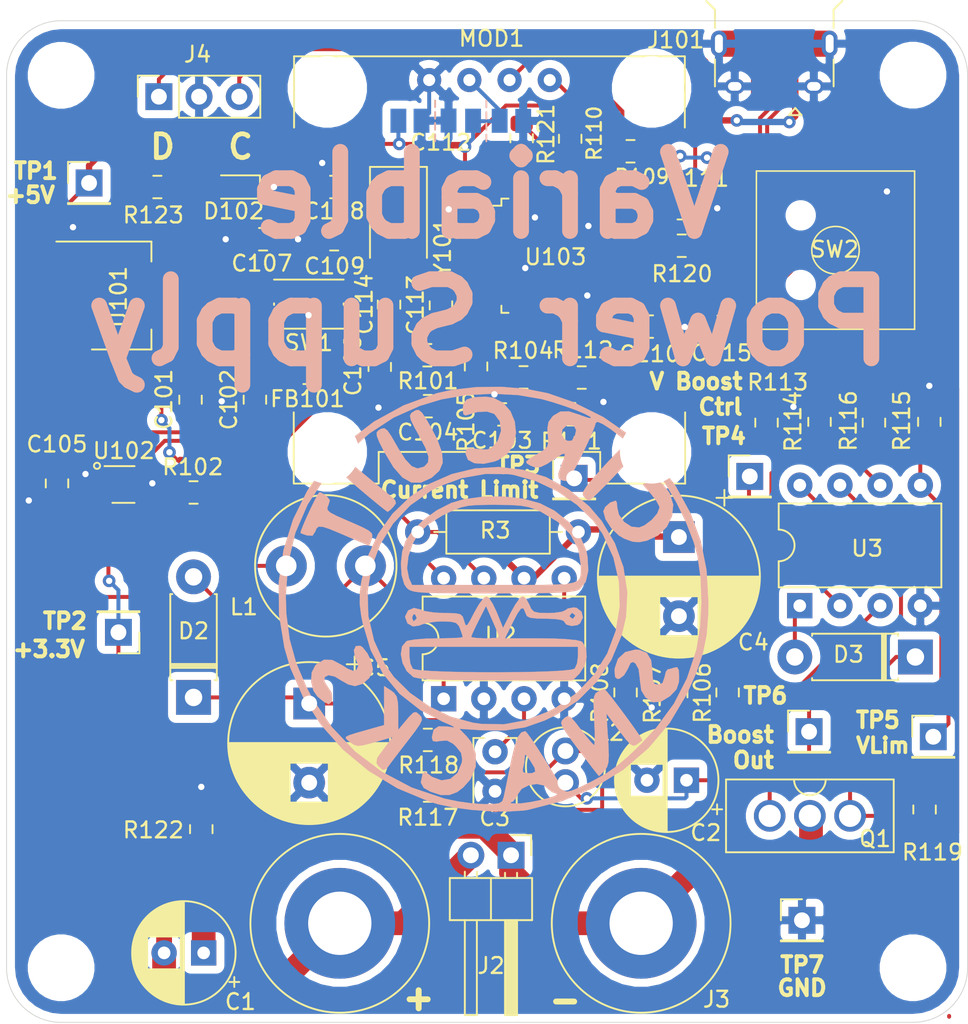
<source format=kicad_pcb>
(kicad_pcb (version 20171130) (host pcbnew "(5.1.2-1)-1")
  (layers (0 F.Cu signal) (31 B.Cu signal) (34 B.Paste user) (35 F.Paste user) (36 B.SilkS user) (37 F.SilkS user) (38 B.Mask user) (39 F.Mask user) (44 Edge.Cuts user))
  (net 0 "")
  (net 1 +5V)
  (net 2 "Net-(C3-Pad1)")
  (net 3 /Boost_out)
  (net 4 /V_negative_out)
  (net 5 +3V3)
  (net 6 /V_curr_lim)
  (net 7 /V_boost_ctrl)
  (net 8 "Net-(D2-Pad2)")
  (net 9 "Net-(L1-Pad1)")
  (net 10 /V_current_amplified)
  (net 11 /SDA)
  (net 12 /V_lin_ctrl)
  (net 13 /SCK)
  (net 14 /right)
  (net 15 /down)
  (net 16 /left)
  (net 17 /up)
  (net 18 /center)
  (net 19 /V_positive_out)
  (net 20 /Current_limit_divider)
  (net 21 /Voltage_limit_divider)
  (net 22 "Net-(C5-Pad1)")
  (net 23 "Net-(R102-Pad1)")
  (net 24 "Net-(R104-Pad2)")
  (net 25 "Net-(R106-Pad2)")
  (net 26 "Net-(R111-Pad1)")
  (net 27 "Net-(R117-Pad1)")
  (net 28 "Net-(R119-Pad2)")
  (net 29 "Net-(D3-Pad2)")
  (net 30 "Net-(D3-Pad1)")
  (net 31 "Net-(J101-Pad4)")
  (net 32 /D-)
  (net 33 /D+)
  (net 34 "Net-(C107-Pad1)")
  (net 35 "Net-(C108-Pad1)")
  (net 36 "Net-(C109-Pad1)")
  (net 37 "Net-(R101-Pad2)")
  (net 38 "Net-(R105-Pad1)")
  (net 39 "Net-(U103-Pad46)")
  (net 40 "Net-(U103-Pad45)")
  (net 41 "Net-(U103-Pad41)")
  (net 42 "Net-(U103-Pad40)")
  (net 43 "Net-(U103-Pad39)")
  (net 44 "Net-(U103-Pad38)")
  (net 45 "Net-(U103-Pad31)")
  (net 46 "Net-(U103-Pad30)")
  (net 47 "Net-(U103-Pad29)")
  (net 48 "Net-(U103-Pad28)")
  (net 49 "Net-(U103-Pad20)")
  (net 50 "Net-(U103-Pad19)")
  (net 51 "Net-(U103-Pad18)")
  (net 52 "Net-(U103-Pad17)")
  (net 53 "Net-(U103-Pad14)")
  (net 54 "Net-(U103-Pad4)")
  (net 55 "Net-(U103-Pad3)")
  (net 56 "Net-(U103-Pad2)")
  (net 57 "Net-(R121-Pad1)")
  (net 58 GND)
  (net 59 "Net-(C113-Pad2)")
  (net 60 "Net-(U103-Pad15)")
  (net 61 /SWCLK)
  (net 62 /SWDIO)
  (net 63 "Net-(D102-Pad2)")
  (module powersupply:Logo (layer B.Cu) (at 59.436 65.532 180)
    (fp_text reference G*** hide)
    (fp_text value LOGO hide)
  )
  (module Resistor_SMD:R_0805_2012Metric (layer F.Cu) (at 38.354 38.608)
    (fp_text reference R123 (at -0.254 1.778) (layer F.SilkS))
    (fp_text value 4.99k)
    (pad 2 smd roundrect (at 0.9375 0) (size 0.975 1.4) (layers F.Cu F.Paste F.Mask) (net 63 "Net-(D102-Pad2)"))
    (pad 1 smd roundrect (at -0.9375 0) (size 0.975 1.4) (layers F.Cu F.Paste F.Mask) (net 1 +5V))
  )
  (module LED_SMD:LED_0603_1608Metric_Pad1.05x0.95mm_HandSolder (layer F.Cu) (at 43.18 38.608 180)
    (fp_text reference D102 (at 0 -1.524) (layer F.SilkS))
    (fp_text value "C503B 2.1V")
    (pad 2 smd roundrect (at 0.875 0 180) (size 1.05 0.95) (layers F.Cu F.Paste F.Mask) (net 63 "Net-(D102-Pad2)"))
    (pad 1 smd roundrect (at -0.875 0 180) (size 1.05 0.95) (layers F.Cu F.Paste F.Mask) (net 58 GND))
  )
  (module Connector_PinSocket_2.54mm:PinSocket_1x03_P2.54mm_Vertical (layer F.Cu) (at 38.45 32.9 90)
    (fp_text reference J4 (at 2.674 2.444 180) (layer F.SilkS))
    (fp_text value Conn_01x03_Male)
    (pad 3 thru_hole oval (at 0 5.08 90) (size 1.7 1.7) (drill 1) (layers *.Cu *.Mask) (net 61 /SWCLK))
    (pad 2 thru_hole oval (at 0 2.54 90) (size 1.7 1.7) (drill 1) (layers *.Cu *.Mask) (net 58 GND))
    (pad 1 thru_hole rect (at 0 0 90) (size 1.7 1.7) (drill 1) (layers *.Cu *.Mask) (net 62 /SWDIO))
  )
  (module Resistor_SMD:R_0805_2012Metric (layer F.Cu) (at 41.13 79.19 90)
    (fp_text reference R122 (at -0.058 -3.03 180) (layer F.SilkS))
    (fp_text value 0.1)
    (pad 2 smd roundrect (at 0.9375 0 90) (size 0.975 1.4) (layers F.Cu F.Paste F.Mask) (net 58 GND))
    (pad 1 smd roundrect (at -0.9375 0 90) (size 0.975 1.4) (layers F.Cu F.Paste F.Mask) (net 4 /V_negative_out))
  )
  (module powersupply:TFT_OLED_display (layer F.Cu) (at 59.345 43.85)
    (fp_text reference MOD1 (at 0.135 -14.63) (layer F.SilkS))
    (fp_text value TFT_OLED)
    (pad "" np_thru_hole circle (at -10.25 11.5 180) (size 4 4) (drill 4) (layers *.Cu *.Mask))
    (pad "" np_thru_hole circle (at 10.25 11.5 180) (size 4 4) (drill 4) (layers *.Cu *.Mask))
    (pad "" np_thru_hole circle (at -10.25 -11.5) (size 4 4) (drill 4) (layers *.Cu *.Mask))
    (pad "" np_thru_hole circle (at 10.25 -11.5) (size 4 4) (drill 4) (layers *.Cu *.Mask))
    (pad 4 thru_hole circle (at 3.81 -12) (size 1.524 1.524) (drill 0.762) (layers *.Cu *.Mask) (net 11 /SDA))
    (pad 3 thru_hole circle (at 1.27 -12) (size 1.524 1.524) (drill 0.762) (layers *.Cu *.Mask) (net 13 /SCK))
    (pad 2 thru_hole circle (at -1.27 -12) (size 1.524 1.524) (drill 0.762) (layers *.Cu *.Mask) (net 5 +3V3))
    (pad 1 thru_hole circle (at -3.81 -12) (size 1.524 1.524) (drill 0.762) (layers *.Cu *.Mask) (net 58 GND))
  )
  (module Capacitor_SMD:C_0805_2012Metric (layer F.Cu) (at 47.84 50.35 180)
    (fp_text reference FB101 (at 0 -1.65) (layer F.SilkS))
    (fp_text value ind)
    (pad 2 smd roundrect (at 0.9375 0 180) (size 0.975 1.4) (layers F.Cu F.Paste F.Mask) (net 5 +3V3))
    (pad 1 smd roundrect (at -0.9375 0 180) (size 0.975 1.4) (layers F.Cu F.Paste F.Mask) (net 59 "Net-(C113-Pad2)"))
  )
  (module Capacitor_SMD:C_0805_2012Metric (layer F.Cu) (at 74.0125 47.45 180)
    (fp_text reference C115 (at 0 -1.65) (layer F.SilkS))
    (fp_text value 10uF)
    (pad 2 smd roundrect (at 0.9375 0 180) (size 0.975 1.4) (layers F.Cu F.Paste F.Mask) (net 58 GND))
    (pad 1 smd roundrect (at -0.9375 0 180) (size 0.975 1.4) (layers F.Cu F.Paste F.Mask) (net 5 +3V3))
  )
  (module Connector_PinHeader_2.54mm:PinHeader_1x01_P2.54mm_Vertical (layer F.Cu) (at 75.8 56.9)
    (fp_text reference TP4 (at -1.632 -2.544) (layer F.SilkS) (effects (font (thickness 0.25))))
    (fp_text value Boost_c)
    (pad 1 thru_hole rect (at 0 0) (size 1.7 1.7) (drill 1) (layers *.Cu *.Mask) (net 7 /V_boost_ctrl))
  )
  (module Resistor_SMD:R_0805_2012Metric (layer F.Cu) (at 61.38 35.53 270)
    (fp_text reference R121 (at -0.25 -1.55 270) (layer F.SilkS))
    (fp_text value 10k)
    (pad 2 smd roundrect (at 0.9375 0 270) (size 0.975 1.4) (layers F.Cu F.Paste F.Mask) (net 58 GND))
    (pad 1 smd roundrect (at -0.9375 0 270) (size 0.975 1.4) (layers F.Cu F.Paste F.Mask) (net 57 "Net-(R121-Pad1)"))
  )
  (module Capacitor_SMD:C_0805_2012Metric (layer F.Cu) (at 56.28 46.09 270)
    (fp_text reference C113 (at -0.03 1.61 90) (layer F.SilkS))
    (fp_text value .1uF)
    (pad 2 smd roundrect (at 0.9375 0 270) (size 0.975 1.4) (layers F.Cu F.Paste F.Mask) (net 59 "Net-(C113-Pad2)"))
    (pad 1 smd roundrect (at -0.9375 0 270) (size 0.975 1.4) (layers F.Cu F.Paste F.Mask) (net 58 GND))
  )
  (module Capacitor_SMD:C_0805_2012Metric (layer F.Cu) (at 53 46.04 270)
    (fp_text reference C114 (at -0.02 1.56 90) (layer F.SilkS))
    (fp_text value 1uF)
    (pad 2 smd roundrect (at 0.9375 0 270) (size 0.975 1.4) (layers F.Cu F.Paste F.Mask) (net 59 "Net-(C113-Pad2)"))
    (pad 1 smd roundrect (at -0.9375 0 270) (size 0.975 1.4) (layers F.Cu F.Paste F.Mask) (net 58 GND))
  )
  (module Capacitor_SMD:C_0805_2012Metric (layer F.Cu) (at 57.8625 38.6)
    (fp_text reference C112 (at -1.5925 -2.81) (layer F.SilkS))
    (fp_text value .1uF)
    (pad 2 smd roundrect (at 0.9375 0) (size 0.975 1.4) (layers F.Cu F.Paste F.Mask) (net 5 +3V3))
    (pad 1 smd roundrect (at -0.9375 0) (size 0.975 1.4) (layers F.Cu F.Paste F.Mask) (net 58 GND))
  )
  (module Capacitor_SMD:C_0805_2012Metric (layer F.Cu) (at 71.49 39.95 180)
    (fp_text reference C111 (at -1.07 1.88) (layer F.SilkS))
    (fp_text value .1uF)
    (pad 2 smd roundrect (at 0.9375 0 180) (size 0.975 1.4) (layers F.Cu F.Paste F.Mask) (net 5 +3V3))
    (pad 1 smd roundrect (at -0.9375 0 180) (size 0.975 1.4) (layers F.Cu F.Paste F.Mask) (net 58 GND))
  )
  (module Capacitor_SMD:C_0805_2012Metric (layer F.Cu) (at 69.43 47.43)
    (fp_text reference C110 (at 0.04 1.73) (layer F.SilkS))
    (fp_text value .1uF)
    (pad 2 smd roundrect (at 0.9375 0) (size 0.975 1.4) (layers F.Cu F.Paste F.Mask) (net 58 GND))
    (pad 1 smd roundrect (at -0.9375 0) (size 0.975 1.4) (layers F.Cu F.Paste F.Mask) (net 5 +3V3))
  )
  (module Crystal:Crystal_SMD_5032-2Pin_5.0x3.2mm (layer F.Cu) (at 53.594 40.386 270)
    (fp_text reference Y101 (at 2.032 -2.794 270) (layer F.SilkS))
    (fp_text value 8MHz)
    (pad 2 smd rect (at 1.85 0 270) (size 2 2.4) (layers F.Cu F.Paste F.Mask) (net 36 "Net-(C109-Pad1)"))
    (pad 1 smd rect (at -1.85 0 270) (size 2 2.4) (layers F.Cu F.Paste F.Mask) (net 35 "Net-(C108-Pad1)"))
  )
  (module Button_Switch_SMD:SW_Push_1P1T_NO_CK_KMR2 (layer F.Cu) (at 47.93 46.01 180)
    (fp_text reference SW1 (at 0 -2.45) (layer F.SilkS))
    (fp_text value KMR2)
    (pad 2 smd rect (at 2.05 0.8 270) (size 0.9 1) (layers F.Cu F.Paste F.Mask) (net 34 "Net-(C107-Pad1)"))
    (pad 1 smd rect (at 2.05 -0.8 270) (size 0.9 1) (layers F.Cu F.Paste F.Mask) (net 58 GND))
    (pad 2 smd rect (at -2.05 0.8 270) (size 0.9 1) (layers F.Cu F.Paste F.Mask) (net 34 "Net-(C107-Pad1)"))
    (pad 1 smd rect (at -2.05 -0.8 270) (size 0.9 1) (layers F.Cu F.Paste F.Mask) (net 58 GND))
  )
  (module Resistor_SMD:R_0805_2012Metric (layer F.Cu) (at 71.5 42.32 180)
    (fp_text reference R120 (at -0.02 -1.78) (layer F.SilkS))
    (fp_text value 1.5k)
    (pad 2 smd roundrect (at 0.9375 0 180) (size 0.975 1.4) (layers F.Cu F.Paste F.Mask) (net 33 /D+))
    (pad 1 smd roundrect (at -0.9375 0 180) (size 0.975 1.4) (layers F.Cu F.Paste F.Mask) (net 5 +3V3))
  )
  (module Resistor_SMD:R_0805_2012Metric (layer F.Cu) (at 65.18 50.65 180)
    (fp_text reference R112 (at -0.06 1.74) (layer F.SilkS))
    (fp_text value 18.2k)
    (pad 2 smd roundrect (at 0.9375 0 180) (size 0.975 1.4) (layers F.Cu F.Paste F.Mask) (net 26 "Net-(R111-Pad1)"))
    (pad 1 smd roundrect (at -0.9375 0 180) (size 0.975 1.4) (layers F.Cu F.Paste F.Mask) (net 19 /V_positive_out))
  )
  (module Resistor_SMD:R_0805_2012Metric (layer F.Cu) (at 64.52 52.97)
    (fp_text reference R111 (at 0 1.71) (layer F.SilkS))
    (fp_text value 3.6k)
    (pad 2 smd roundrect (at 0.9375 0) (size 0.975 1.4) (layers F.Cu F.Paste F.Mask) (net 58 GND))
    (pad 1 smd roundrect (at -0.9375 0) (size 0.975 1.4) (layers F.Cu F.Paste F.Mask) (net 26 "Net-(R111-Pad1)"))
  )
  (module Resistor_SMD:R_0805_2012Metric (layer F.Cu) (at 58.5 49.95 270)
    (fp_text reference R105 (at 3.5 0.63 270) (layer F.SilkS))
    (fp_text value 1k)
    (pad 2 smd roundrect (at 0.9375 0 270) (size 0.975 1.4) (layers F.Cu F.Paste F.Mask) (net 6 /V_curr_lim))
    (pad 1 smd roundrect (at -0.9375 0 270) (size 0.975 1.4) (layers F.Cu F.Paste F.Mask) (net 38 "Net-(R105-Pad1)"))
  )
  (module Resistor_SMD:R_0805_2012Metric (layer F.Cu) (at 61.5 50.64 180)
    (fp_text reference R104 (at 0.03 1.69) (layer F.SilkS))
    (fp_text value 1k)
    (pad 2 smd roundrect (at 0.9375 0 180) (size 0.975 1.4) (layers F.Cu F.Paste F.Mask) (net 24 "Net-(R104-Pad2)"))
    (pad 1 smd roundrect (at -0.9375 0 180) (size 0.975 1.4) (layers F.Cu F.Paste F.Mask) (net 12 /V_lin_ctrl))
  )
  (module Resistor_SMD:R_0805_2012Metric (layer F.Cu) (at 55.42 49.24)
    (fp_text reference R101 (at 0.04 1.63) (layer F.SilkS))
    (fp_text value 1k)
    (pad 2 smd roundrect (at 0.9375 0) (size 0.975 1.4) (layers F.Cu F.Paste F.Mask) (net 37 "Net-(R101-Pad2)"))
    (pad 1 smd roundrect (at -0.9375 0) (size 0.975 1.4) (layers F.Cu F.Paste F.Mask) (net 7 /V_boost_ctrl))
  )
  (module Capacitor_SMD:C_0805_2012Metric (layer F.Cu) (at 49.53 41.91 180)
    (fp_text reference C109 (at -0.03 -1.7) (layer F.SilkS))
    (fp_text value 15pF)
    (pad 2 smd roundrect (at 0.9375 0 180) (size 0.975 1.4) (layers F.Cu F.Paste F.Mask) (net 58 GND))
    (pad 1 smd roundrect (at -0.9375 0 180) (size 0.975 1.4) (layers F.Cu F.Paste F.Mask) (net 36 "Net-(C109-Pad1)"))
  )
  (module Capacitor_SMD:C_0805_2012Metric (layer F.Cu) (at 49.53 38.608 180)
    (fp_text reference C108 (at 0 -1.524) (layer F.SilkS))
    (fp_text value 15pF)
    (pad 2 smd roundrect (at 0.9375 0 180) (size 0.975 1.4) (layers F.Cu F.Paste F.Mask) (net 58 GND))
    (pad 1 smd roundrect (at -0.9375 0 180) (size 0.975 1.4) (layers F.Cu F.Paste F.Mask) (net 35 "Net-(C108-Pad1)"))
  )
  (module Capacitor_SMD:C_0805_2012Metric (layer F.Cu) (at 45.0365 41.91 180)
    (fp_text reference C107 (at 0.0785 -1.524) (layer F.SilkS))
    (fp_text value ".1 uF")
    (pad 2 smd roundrect (at 0.9375 0 180) (size 0.975 1.4) (layers F.Cu F.Paste F.Mask) (net 58 GND))
    (pad 1 smd roundrect (at -0.9375 0 180) (size 0.975 1.4) (layers F.Cu F.Paste F.Mask) (net 34 "Net-(C107-Pad1)"))
  )
  (module Capacitor_SMD:C_0805_2012Metric (layer F.Cu) (at 52.41 49.98 270)
    (fp_text reference C106 (at -0.08 1.69 90) (layer F.SilkS))
    (fp_text value 15uF)
    (pad 2 smd roundrect (at 0.9375 0 270) (size 0.975 1.4) (layers F.Cu F.Paste F.Mask) (net 58 GND))
    (pad 1 smd roundrect (at -0.9375 0 270) (size 0.975 1.4) (layers F.Cu F.Paste F.Mask) (net 7 /V_boost_ctrl))
  )
  (module Capacitor_SMD:C_0805_2012Metric (layer F.Cu) (at 55.45 52.46 180)
    (fp_text reference C104 (at 0 -1.65) (layer F.SilkS))
    (fp_text value 15uF)
    (pad 2 smd roundrect (at 0.9375 0 180) (size 0.975 1.4) (layers F.Cu F.Paste F.Mask) (net 58 GND))
    (pad 1 smd roundrect (at -0.9375 0 180) (size 0.975 1.4) (layers F.Cu F.Paste F.Mask) (net 6 /V_curr_lim))
  )
  (module Capacitor_SMD:C_0805_2012Metric (layer F.Cu) (at 60.15 52.98 180)
    (fp_text reference C103 (at 0 -1.65) (layer F.SilkS))
    (fp_text value 15uF)
    (pad 2 smd roundrect (at 0.9375 0 180) (size 0.975 1.4) (layers F.Cu F.Paste F.Mask) (net 58 GND))
    (pad 1 smd roundrect (at -0.9375 0 180) (size 0.975 1.4) (layers F.Cu F.Paste F.Mask) (net 12 /V_lin_ctrl))
  )
  (module Package_QFP:LQFP-48_7x7mm_P0.5mm (layer F.Cu) (at 63.71 42.95)
    (fp_text reference U103 (at -0.19 0.08) (layer F.SilkS))
    (fp_text value STM32F103C8T6)
    (pad 48 smd roundrect (at -2.75 -4.1625) (size 0.3 1.475) (layers F.Cu F.Paste F.Mask) (net 5 +3V3))
    (pad 47 smd roundrect (at -2.25 -4.1625) (size 0.3 1.475) (layers F.Cu F.Paste F.Mask) (net 58 GND))
    (pad 46 smd roundrect (at -1.75 -4.1625) (size 0.3 1.475) (layers F.Cu F.Paste F.Mask) (net 39 "Net-(U103-Pad46)"))
    (pad 45 smd roundrect (at -1.25 -4.1625) (size 0.3 1.475) (layers F.Cu F.Paste F.Mask) (net 40 "Net-(U103-Pad45)"))
    (pad 44 smd roundrect (at -0.75 -4.1625) (size 0.3 1.475) (layers F.Cu F.Paste F.Mask) (net 57 "Net-(R121-Pad1)"))
    (pad 43 smd roundrect (at -0.25 -4.1625) (size 0.3 1.475) (layers F.Cu F.Paste F.Mask) (net 11 /SDA))
    (pad 42 smd roundrect (at 0.25 -4.1625) (size 0.3 1.475) (layers F.Cu F.Paste F.Mask) (net 13 /SCK))
    (pad 41 smd roundrect (at 0.75 -4.1625) (size 0.3 1.475) (layers F.Cu F.Paste F.Mask) (net 41 "Net-(U103-Pad41)"))
    (pad 40 smd roundrect (at 1.25 -4.1625) (size 0.3 1.475) (layers F.Cu F.Paste F.Mask) (net 42 "Net-(U103-Pad40)"))
    (pad 39 smd roundrect (at 1.75 -4.1625) (size 0.3 1.475) (layers F.Cu F.Paste F.Mask) (net 43 "Net-(U103-Pad39)"))
    (pad 38 smd roundrect (at 2.25 -4.1625) (size 0.3 1.475) (layers F.Cu F.Paste F.Mask) (net 44 "Net-(U103-Pad38)"))
    (pad 37 smd roundrect (at 2.75 -4.1625) (size 0.3 1.475) (layers F.Cu F.Paste F.Mask) (net 61 /SWCLK))
    (pad 36 smd roundrect (at 4.1625 -2.75) (size 1.475 0.3) (layers F.Cu F.Paste F.Mask) (net 5 +3V3))
    (pad 35 smd roundrect (at 4.1625 -2.25) (size 1.475 0.3) (layers F.Cu F.Paste F.Mask) (net 58 GND))
    (pad 34 smd roundrect (at 4.1625 -1.75) (size 1.475 0.3) (layers F.Cu F.Paste F.Mask) (net 62 /SWDIO))
    (pad 33 smd roundrect (at 4.1625 -1.25) (size 1.475 0.3) (layers F.Cu F.Paste F.Mask) (net 33 /D+))
    (pad 32 smd roundrect (at 4.1625 -0.75) (size 1.475 0.3) (layers F.Cu F.Paste F.Mask) (net 32 /D-))
    (pad 31 smd roundrect (at 4.1625 -0.25) (size 1.475 0.3) (layers F.Cu F.Paste F.Mask) (net 45 "Net-(U103-Pad31)"))
    (pad 30 smd roundrect (at 4.1625 0.25) (size 1.475 0.3) (layers F.Cu F.Paste F.Mask) (net 46 "Net-(U103-Pad30)"))
    (pad 29 smd roundrect (at 4.1625 0.75) (size 1.475 0.3) (layers F.Cu F.Paste F.Mask) (net 47 "Net-(U103-Pad29)"))
    (pad 28 smd roundrect (at 4.1625 1.25) (size 1.475 0.3) (layers F.Cu F.Paste F.Mask) (net 48 "Net-(U103-Pad28)"))
    (pad 27 smd roundrect (at 4.1625 1.75) (size 1.475 0.3) (layers F.Cu F.Paste F.Mask) (net 14 /right))
    (pad 26 smd roundrect (at 4.1625 2.25) (size 1.475 0.3) (layers F.Cu F.Paste F.Mask) (net 16 /left))
    (pad 25 smd roundrect (at 4.1625 2.75) (size 1.475 0.3) (layers F.Cu F.Paste F.Mask) (net 17 /up))
    (pad 24 smd roundrect (at 2.75 4.1625) (size 0.3 1.475) (layers F.Cu F.Paste F.Mask) (net 5 +3V3))
    (pad 23 smd roundrect (at 2.25 4.1625) (size 0.3 1.475) (layers F.Cu F.Paste F.Mask) (net 58 GND))
    (pad 22 smd roundrect (at 1.75 4.1625) (size 0.3 1.475) (layers F.Cu F.Paste F.Mask) (net 15 /down))
    (pad 21 smd roundrect (at 1.25 4.1625) (size 0.3 1.475) (layers F.Cu F.Paste F.Mask) (net 18 /center))
    (pad 20 smd roundrect (at 0.75 4.1625) (size 0.3 1.475) (layers F.Cu F.Paste F.Mask) (net 49 "Net-(U103-Pad20)"))
    (pad 19 smd roundrect (at 0.25 4.1625) (size 0.3 1.475) (layers F.Cu F.Paste F.Mask) (net 50 "Net-(U103-Pad19)"))
    (pad 18 smd roundrect (at -0.25 4.1625) (size 0.3 1.475) (layers F.Cu F.Paste F.Mask) (net 51 "Net-(U103-Pad18)"))
    (pad 17 smd roundrect (at -0.75 4.1625) (size 0.3 1.475) (layers F.Cu F.Paste F.Mask) (net 52 "Net-(U103-Pad17)"))
    (pad 16 smd roundrect (at -1.25 4.1625) (size 0.3 1.475) (layers F.Cu F.Paste F.Mask) (net 26 "Net-(R111-Pad1)"))
    (pad 15 smd roundrect (at -1.75 4.1625) (size 0.3 1.475) (layers F.Cu F.Paste F.Mask) (net 60 "Net-(U103-Pad15)"))
    (pad 14 smd roundrect (at -2.25 4.1625) (size 0.3 1.475) (layers F.Cu F.Paste F.Mask) (net 53 "Net-(U103-Pad14)"))
    (pad 13 smd roundrect (at -2.75 4.1625) (size 0.3 1.475) (layers F.Cu F.Paste F.Mask) (net 24 "Net-(R104-Pad2)"))
    (pad 12 smd roundrect (at -4.1625 2.75) (size 1.475 0.3) (layers F.Cu F.Paste F.Mask) (net 38 "Net-(R105-Pad1)"))
    (pad 11 smd roundrect (at -4.1625 2.25) (size 1.475 0.3) (layers F.Cu F.Paste F.Mask) (net 37 "Net-(R101-Pad2)"))
    (pad 10 smd roundrect (at -4.1625 1.75) (size 1.475 0.3) (layers F.Cu F.Paste F.Mask) (net 10 /V_current_amplified))
    (pad 9 smd roundrect (at -4.1625 1.25) (size 1.475 0.3) (layers F.Cu F.Paste F.Mask) (net 59 "Net-(C113-Pad2)"))
    (pad 8 smd roundrect (at -4.1625 0.75) (size 1.475 0.3) (layers F.Cu F.Paste F.Mask) (net 58 GND))
    (pad 7 smd roundrect (at -4.1625 0.25) (size 1.475 0.3) (layers F.Cu F.Paste F.Mask) (net 34 "Net-(C107-Pad1)"))
    (pad 6 smd roundrect (at -4.1625 -0.25) (size 1.475 0.3) (layers F.Cu F.Paste F.Mask) (net 36 "Net-(C109-Pad1)"))
    (pad 5 smd roundrect (at -4.1625 -0.75) (size 1.475 0.3) (layers F.Cu F.Paste F.Mask) (net 35 "Net-(C108-Pad1)"))
    (pad 4 smd roundrect (at -4.1625 -1.25) (size 1.475 0.3) (layers F.Cu F.Paste F.Mask) (net 54 "Net-(U103-Pad4)"))
    (pad 3 smd roundrect (at -4.1625 -1.75) (size 1.475 0.3) (layers F.Cu F.Paste F.Mask) (net 55 "Net-(U103-Pad3)"))
    (pad 2 smd roundrect (at -4.1625 -2.25) (size 1.475 0.3) (layers F.Cu F.Paste F.Mask) (net 56 "Net-(U103-Pad2)"))
    (pad 1 smd roundrect (at -4.1625 -2.75) (size 1.475 0.3) (layers F.Cu F.Paste F.Mask) (net 5 +3V3))
  )
  (module Connector_PinHeader_2.54mm:PinHeader_1x01_P2.54mm_Vertical (layer F.Cu) (at 79.1 84.95)
    (fp_text reference TP7 (at 0.02 2.82) (layer F.SilkS) (effects (font (thickness 0.25))))
    (fp_text value GND)
    (pad 1 thru_hole rect (at 0 0) (size 1.7 1.7) (drill 1) (layers *.Cu *.Mask) (net 58 GND))
  )
  (module Connector_PinHeader_2.54mm:PinHeader_1x01_P2.54mm_Vertical (layer F.Cu) (at 79.55 73.03)
    (fp_text reference TP6 (at -2.76 -2.27) (layer F.SilkS) (effects (font (thickness 0.25))))
    (fp_text value Boost_out)
    (pad 1 thru_hole rect (at 0 0) (size 1.7 1.7) (drill 1) (layers *.Cu *.Mask) (net 3 /Boost_out))
  )
  (module Connector_PinHeader_2.54mm:PinHeader_1x01_P2.54mm_Vertical (layer F.Cu) (at 87.4 73.35)
    (fp_text reference TP5 (at -3.5 -1.05) (layer F.SilkS) (effects (font (thickness 0.25))))
    (fp_text value Voltage_limit)
    (pad 1 thru_hole rect (at 0 0) (size 1.7 1.7) (drill 1) (layers *.Cu *.Mask) (net 21 /Voltage_limit_divider))
  )
  (module Connector_PinHeader_2.54mm:PinHeader_1x01_P2.54mm_Vertical (layer F.Cu) (at 64.7 57.02)
    (fp_text reference TP3 (at -3.52 -0.83) (layer F.SilkS) (effects (font (thickness 0.25))))
    (fp_text value Current_limit)
    (pad 1 thru_hole rect (at 0 0) (size 1.7 1.7) (drill 1) (layers *.Cu *.Mask) (net 20 /Current_limit_divider))
  )
  (module Connector_PinHeader_2.54mm:PinHeader_1x01_P2.54mm_Vertical (layer F.Cu) (at 35.892 66.75 180)
    (fp_text reference TP2 (at 3.38 0.71) (layer F.SilkS) (effects (font (thickness 0.25))))
    (fp_text value +3.3)
    (pad 1 thru_hole rect (at 0 0 180) (size 1.7 1.7) (drill 1) (layers *.Cu *.Mask) (net 5 +3V3))
  )
  (module Connector_PinHeader_2.54mm:PinHeader_1x01_P2.54mm_Vertical (layer F.Cu) (at 34.036 38.354)
    (fp_text reference TP1 (at -3.37 -0.76) (layer F.SilkS) (effects (font (thickness 0.25))))
    (fp_text value +5_isolated)
    (pad 1 thru_hole rect (at 0 0) (size 1.7 1.7) (drill 1) (layers *.Cu *.Mask) (net 1 +5V))
  )
  (module Capacitor_THT:CP_Radial_D6.3mm_P2.50mm (layer F.Cu) (at 41.28 87.01 180)
    (fp_text reference C1 (at -2.32 -3.09) (layer F.SilkS))
    (fp_text value 100uF)
    (pad 2 thru_hole circle (at 2.5 0 180) (size 1.6 1.6) (drill 0.8) (layers *.Cu *.Mask) (net 4 /V_negative_out))
    (pad 1 thru_hole rect (at 0 0 180) (size 1.6 1.6) (drill 0.8) (layers *.Cu *.Mask) (net 19 /V_positive_out))
  )
  (module Capacitor_THT:CP_Radial_D10.0mm_P5.00mm (layer F.Cu) (at 47.95 71.25 270)
    (fp_text reference C5 (at -2.25 -4.15 180) (layer F.SilkS))
    (fp_text value 470uF)
    (pad 2 thru_hole circle (at 5 0 270) (size 2 2) (drill 1) (layers *.Cu *.Mask) (net 58 GND))
    (pad 1 thru_hole rect (at 0 0 270) (size 2 2) (drill 1) (layers *.Cu *.Mask) (net 22 "Net-(C5-Pad1)"))
  )
  (module Capacitor_THT:CP_Radial_D10.0mm_P5.00mm (layer F.Cu) (at 71.32 60.73 270)
    (fp_text reference C4 (at 6.65 -4.7 180) (layer F.SilkS))
    (fp_text value 470uF)
    (pad 2 thru_hole circle (at 5 0 270) (size 2 2) (drill 1) (layers *.Cu *.Mask) (net 58 GND))
    (pad 1 thru_hole rect (at 0 0 270) (size 2 2) (drill 1) (layers *.Cu *.Mask) (net 1 +5V))
  )
  (module powersupply:directional_switch_10mm (layer F.Cu) (at 81.22 42.6 90)
    (fp_text reference SW2 (at 0.05 -0.05 180) (layer F.SilkS))
    (fp_text value joystick-K1-1506DN-01)
    (pad "" np_thru_hole circle (at 2.2 -2.2 90) (size 0.9 0.9) (drill 0.9) (layers *.Cu *.Mask))
    (pad "" np_thru_hole circle (at -2.2 -2.2 90) (size 0.9 0.9) (drill 0.9) (layers *.Cu *.Mask))
    (pad 5 smd rect (at 5.9 -0.45 90) (size 1.6 1.3) (layers F.Cu F.Paste F.Mask) (net 14 /right))
    (pad 2 smd rect (at -5.9 -0.45 90) (size 1.6 1.3) (layers F.Cu F.Paste F.Mask) (net 16 /left))
    (pad 6 smd rect (at 5.9 -3.25 90) (size 1.6 1.3) (layers F.Cu F.Paste F.Mask) (net 18 /center))
    (pad 4 smd rect (at 5.9 3.25 90) (size 1.6 1.3) (layers F.Cu F.Paste F.Mask) (net 58 GND))
    (pad 3 smd rect (at -5.9 3.25 90) (size 1.6 1.3) (layers F.Cu F.Paste F.Mask) (net 15 /down))
    (pad 1 smd rect (at -5.9 -3.25 90) (size 1.6 1.3) (layers F.Cu F.Paste F.Mask) (net 17 /up))
  )
  (module MountingHole:MountingHole_3.2mm_M3 (layer F.Cu) (at 32.27 31.55)
    (fp_text reference H4 hide)
    (fp_text value M4)
    (pad 1 np_thru_hole circle (at 0 0) (size 3.2 3.2) (drill 3.2) (layers *.Cu *.Mask))
  )
  (module powersupply:pads (layer B.Cu) (at 58.31 34.42)
    (fp_text reference TP13 hide)
    (fp_text value pin_2_pad_alt hide)
    (pad 1 smd rect (at 0 0) (size 1 1.524) (layers B.Cu B.Paste B.Mask) (net 5 +3V3))
  )
  (module powersupply:pads (layer B.Cu) (at 56.76 34.41)
    (fp_text reference TP12 hide)
    (fp_text value Pad1_default hide)
    (pad 1 smd rect (at 0 0) (size 1 1.524) (layers B.Cu B.Paste B.Mask) (net 58 GND))
  )
  (module Capacitor_SMD:C_0805_2012Metric (layer F.Cu) (at 32.01 57.338 270)
    (fp_text reference C105 (at -2.474 0.006 180) (layer F.SilkS))
    (fp_text value .1uF)
    (pad 2 smd roundrect (at 0.9375 0 270) (size 0.975 1.4) (layers F.Cu F.Paste F.Mask) (net 58 GND))
    (pad 1 smd roundrect (at -0.9375 0 270) (size 0.975 1.4) (layers F.Cu F.Paste F.Mask) (net 5 +3V3))
  )
  (module Package_DIP:DIP-8_W7.62mm (layer F.Cu) (at 78.96 65.07 90)
    (fp_text reference U3 (at 3.62 4.26 180) (layer F.SilkS))
    (fp_text value LM358P)
    (pad 8 thru_hole oval (at 7.62 0 90) (size 1.6 1.6) (drill 0.8) (layers *.Cu *.Mask) (net 3 /Boost_out))
    (pad 4 thru_hole oval (at 0 7.62 90) (size 1.6 1.6) (drill 0.8) (layers *.Cu *.Mask) (net 58 GND))
    (pad 7 thru_hole oval (at 7.62 2.54 90) (size 1.6 1.6) (drill 0.8) (layers *.Cu *.Mask) (net 28 "Net-(R119-Pad2)"))
    (pad 3 thru_hole oval (at 0 5.08 90) (size 1.6 1.6) (drill 0.8) (layers *.Cu *.Mask) (net 27 "Net-(R117-Pad1)"))
    (pad 6 thru_hole oval (at 7.62 5.08 90) (size 1.6 1.6) (drill 0.8) (layers *.Cu *.Mask) (net 12 /V_lin_ctrl))
    (pad 2 thru_hole oval (at 0 2.54 90) (size 1.6 1.6) (drill 0.8) (layers *.Cu *.Mask) (net 20 /Current_limit_divider))
    (pad 5 thru_hole oval (at 7.62 7.62 90) (size 1.6 1.6) (drill 0.8) (layers *.Cu *.Mask) (net 21 /Voltage_limit_divider))
    (pad 1 thru_hole rect (at 0 0 90) (size 1.6 1.6) (drill 0.8) (layers *.Cu *.Mask) (net 29 "Net-(D3-Pad2)"))
  )
  (module Package_TO_SOT_SMD:SOT-363_SC-70-6 (layer F.Cu) (at 36.21 57.408)
    (fp_text reference U102 (at 0.02 -2.13) (layer F.SilkS))
    (fp_text value INA199)
    (pad 6 smd rect (at 0.95 -0.65) (size 0.65 0.4) (layers F.Cu F.Paste F.Mask) (net 10 /V_current_amplified))
    (pad 4 smd rect (at 0.95 0.65) (size 0.65 0.4) (layers F.Cu F.Paste F.Mask) (net 4 /V_negative_out))
    (pad 2 smd rect (at -0.95 0) (size 0.65 0.4) (layers F.Cu F.Paste F.Mask) (net 58 GND))
    (pad 5 smd rect (at 0.95 0) (size 0.65 0.4) (layers F.Cu F.Paste F.Mask) (net 58 GND))
    (pad 3 smd rect (at -0.95 0.65) (size 0.65 0.4) (layers F.Cu F.Paste F.Mask) (net 5 +3V3))
    (pad 1 smd rect (at -0.95 -0.65) (size 0.65 0.4) (layers F.Cu F.Paste F.Mask) (net 58 GND))
  )
  (module Package_DIP:DIP-8_W7.62mm (layer F.Cu) (at 56.45 70.95 90)
    (fp_text reference U2 (at 4 3.6 180) (layer F.SilkS))
    (fp_text value MC33063AP1)
    (pad 8 thru_hole oval (at 7.62 0 90) (size 1.6 1.6) (drill 0.8) (layers *.Cu *.Mask) (net 23 "Net-(R102-Pad1)"))
    (pad 4 thru_hole oval (at 0 7.62 90) (size 1.6 1.6) (drill 0.8) (layers *.Cu *.Mask) (net 58 GND))
    (pad 7 thru_hole oval (at 7.62 2.54 90) (size 1.6 1.6) (drill 0.8) (layers *.Cu *.Mask) (net 9 "Net-(L1-Pad1)"))
    (pad 3 thru_hole oval (at 0 5.08 90) (size 1.6 1.6) (drill 0.8) (layers *.Cu *.Mask) (net 2 "Net-(C3-Pad1)"))
    (pad 6 thru_hole oval (at 7.62 5.08 90) (size 1.6 1.6) (drill 0.8) (layers *.Cu *.Mask) (net 1 +5V))
    (pad 2 thru_hole oval (at 0 2.54 90) (size 1.6 1.6) (drill 0.8) (layers *.Cu *.Mask) (net 58 GND))
    (pad 5 thru_hole oval (at 7.62 7.62 90) (size 1.6 1.6) (drill 0.8) (layers *.Cu *.Mask) (net 25 "Net-(R106-Pad2)"))
    (pad 1 thru_hole rect (at 0 0 90) (size 1.6 1.6) (drill 0.8) (layers *.Cu *.Mask) (net 8 "Net-(D2-Pad2)"))
  )
  (module Resistor_SMD:R_0805_2012Metric (layer F.Cu) (at 83.65 53.5 270)
    (fp_text reference R116 (at -0.11 1.61 90) (layer F.SilkS))
    (fp_text value 5.76k)
    (pad 2 smd roundrect (at 0.9375 0 270) (size 0.975 1.4) (layers F.Cu F.Paste F.Mask) (net 21 /Voltage_limit_divider))
    (pad 1 smd roundrect (at -0.9375 0 270) (size 0.975 1.4) (layers F.Cu F.Paste F.Mask) (net 19 /V_positive_out))
  )
  (module Resistor_SMD:R_0805_2012Metric (layer F.Cu) (at 87.15 53.45 90)
    (fp_text reference R115 (at 0.06 -1.74 90) (layer F.SilkS))
    (fp_text value 1k)
    (pad 2 smd roundrect (at 0.9375 0 90) (size 0.975 1.4) (layers F.Cu F.Paste F.Mask) (net 58 GND))
    (pad 1 smd roundrect (at -0.9375 0 90) (size 0.975 1.4) (layers F.Cu F.Paste F.Mask) (net 21 /Voltage_limit_divider))
  )
  (module Resistor_SMD:R_0805_2012Metric (layer F.Cu) (at 86.85 77.95 90)
    (fp_text reference R119 (at -2.7 0.5 180) (layer F.SilkS))
    (fp_text value 3k)
    (pad 2 smd roundrect (at 0.9375 0 90) (size 0.975 1.4) (layers F.Cu F.Paste F.Mask) (net 28 "Net-(R119-Pad2)"))
    (pad 1 smd roundrect (at -0.9375 0 90) (size 0.975 1.4) (layers F.Cu F.Paste F.Mask) (net 30 "Net-(D3-Pad1)"))
  )
  (module Resistor_SMD:R_0805_2012Metric (layer F.Cu) (at 80.21 53.45 90)
    (fp_text reference R114 (at 0.02 -1.67 270) (layer F.SilkS))
    (fp_text value 100)
    (pad 2 smd roundrect (at 0.9375 0 90) (size 0.975 1.4) (layers F.Cu F.Paste F.Mask) (net 58 GND))
    (pad 1 smd roundrect (at -0.9375 0 90) (size 0.975 1.4) (layers F.Cu F.Paste F.Mask) (net 20 /Current_limit_divider))
  )
  (module Resistor_SMD:R_0805_2012Metric (layer F.Cu) (at 76.86 53.5 270)
    (fp_text reference R113 (at -2.55 -0.71) (layer F.SilkS))
    (fp_text value 15k)
    (pad 2 smd roundrect (at 0.9375 0 270) (size 0.975 1.4) (layers F.Cu F.Paste F.Mask) (net 20 /Current_limit_divider))
    (pad 1 smd roundrect (at -0.9375 0 270) (size 0.975 1.4) (layers F.Cu F.Paste F.Mask) (net 6 /V_curr_lim))
  )
  (module Resistor_SMD:R_0805_2012Metric (layer F.Cu) (at 55.45 76.75 180)
    (fp_text reference R117 (at 0 -1.7) (layer F.SilkS))
    (fp_text value 100)
    (pad 2 smd roundrect (at 0.9375 0 180) (size 0.975 1.4) (layers F.Cu F.Paste F.Mask) (net 4 /V_negative_out))
    (pad 1 smd roundrect (at -0.9375 0 180) (size 0.975 1.4) (layers F.Cu F.Paste F.Mask) (net 27 "Net-(R117-Pad1)"))
  )
  (module Resistor_SMD:R_0805_2012Metric (layer F.Cu) (at 55.45 73.55)
    (fp_text reference R118 (at 0.05 1.6) (layer F.SilkS))
    (fp_text value 130k)
    (pad 2 smd roundrect (at 0.9375 0) (size 0.975 1.4) (layers F.Cu F.Paste F.Mask) (net 27 "Net-(R117-Pad1)"))
    (pad 1 smd roundrect (at -0.9375 0) (size 0.975 1.4) (layers F.Cu F.Paste F.Mask) (net 5 +3V3))
  )
  (module Resistor_SMD:R_0805_2012Metric (layer F.Cu) (at 67.95 70.55 270)
    (fp_text reference R108 (at 0.03 1.62 90) (layer F.SilkS))
    (fp_text value 10k)
    (pad 2 smd roundrect (at 0.9375 0 270) (size 0.975 1.4) (layers F.Cu F.Paste F.Mask) (net 22 "Net-(C5-Pad1)"))
    (pad 1 smd roundrect (at -0.9375 0 270) (size 0.975 1.4) (layers F.Cu F.Paste F.Mask) (net 25 "Net-(R106-Pad2)"))
  )
  (module Resistor_SMD:R_0805_2012Metric (layer F.Cu) (at 71.15 70.6 270)
    (fp_text reference R107 (at 0.01 1.5 90) (layer F.SilkS))
    (fp_text value 910)
    (pad 2 smd roundrect (at 0.9375 0 270) (size 0.975 1.4) (layers F.Cu F.Paste F.Mask) (net 58 GND))
    (pad 1 smd roundrect (at -0.9375 0 270) (size 0.975 1.4) (layers F.Cu F.Paste F.Mask) (net 25 "Net-(R106-Pad2)"))
  )
  (module Resistor_SMD:R_0805_2012Metric (layer F.Cu) (at 74.4 70.55 270)
    (fp_text reference R106 (at 0.03 1.59 90) (layer F.SilkS))
    (fp_text value 1.6k)
    (pad 2 smd roundrect (at 0.9375 0 270) (size 0.975 1.4) (layers F.Cu F.Paste F.Mask) (net 25 "Net-(R106-Pad2)"))
    (pad 1 smd roundrect (at -0.9375 0 270) (size 0.975 1.4) (layers F.Cu F.Paste F.Mask) (net 7 /V_boost_ctrl))
  )
  (module Resistor_SMD:R_0805_2012Metric (layer F.Cu) (at 40.64 57.912 180)
    (fp_text reference R102 (at 0.05 1.61) (layer F.SilkS))
    (fp_text value 180)
    (pad 2 smd roundrect (at 0.9375 0 180) (size 0.975 1.4) (layers F.Cu F.Paste F.Mask) (net 9 "Net-(L1-Pad1)"))
    (pad 1 smd roundrect (at -0.9375 0 180) (size 0.975 1.4) (layers F.Cu F.Paste F.Mask) (net 23 "Net-(R102-Pad1)"))
  )
  (module powersupply:11R102C_Inductor (layer F.Cu) (at 64.15 75.25 270)
    (fp_text reference L2 (at -2.16 -2.84 180) (layer F.SilkS))
    (fp_text value 1uH)
    (pad 2 thru_hole circle (at 1 0 270) (size 1.7 1.7) (drill 1) (layers *.Cu *.Mask) (net 3 /Boost_out))
    (pad 1 thru_hole circle (at -1 0 270) (size 1.7 1.7) (drill 1) (layers *.Cu *.Mask) (net 22 "Net-(C5-Pad1)"))
  )
  (module Connector_PinHeader_2.54mm:PinHeader_1x02_P2.54mm_Horizontal (layer F.Cu) (at 60.71 80.84 270)
    (fp_text reference J2 (at 6.98 1.26 180) (layer F.SilkS))
    (fp_text value 1x2)
    (pad 2 thru_hole oval (at 0 2.54 270) (size 1.7 1.7) (drill 1) (layers *.Cu *.Mask) (net 4 /V_negative_out))
    (pad 1 thru_hole rect (at 0 0 270) (size 1.7 1.7) (drill 1) (layers *.Cu *.Mask) (net 19 /V_positive_out))
  )
  (module Capacitor_THT:CP_Radial_D6.3mm_P2.50mm (layer F.Cu) (at 71.8 76.1 180)
    (fp_text reference C2 (at -1.22 -3.32) (layer F.SilkS))
    (fp_text value 100uF)
    (pad 2 thru_hole circle (at 2.5 0 180) (size 1.6 1.6) (drill 0.8) (layers *.Cu *.Mask) (net 58 GND))
    (pad 1 thru_hole rect (at 0 0 180) (size 1.6 1.6) (drill 0.8) (layers *.Cu *.Mask) (net 3 /Boost_out))
  )
  (module powersupply:pads (layer B.Cu) (at 61.48 34.43)
    (fp_text reference TP11 hide)
    (fp_text value pin_2_alt hide)
    (pad 1 smd rect (at 0 0) (size 1 1.524) (layers B.Cu B.Paste B.Mask) (net 58 GND))
  )
  (module powersupply:pads (layer B.Cu) (at 59.99 34.42)
    (fp_text reference TP10 hide)
    (fp_text value pad_2 hide)
    (pad 1 smd rect (at 0 0) (size 1 1.524) (layers B.Cu B.Paste B.Mask) (net 5 +3V3))
  )
  (module powersupply:pads (layer B.Cu) (at 55.05 34.42)
    (fp_text reference TP9 hide)
    (fp_text value pad_1 hide)
    (pad 1 smd rect (at 0 0) (size 1 1.524) (layers B.Cu B.Paste B.Mask) (net 58 GND))
  )
  (module powersupply:pads (layer B.Cu) (at 53.59 34.42)
    (fp_text reference TP8 hide)
    (fp_text value pin_1_alt hide)
    (pad 1 smd rect (at 0 0) (size 1 1.524) (layers B.Cu B.Paste B.Mask) (net 5 +3V3))
  )
  (module Inductor_THT:L_Radial_D8.7mm_P5.00mm_Fastron_07HCP (layer F.Cu) (at 46.5 62.55)
    (fp_text reference L1 (at -2.68 2.6) (layer F.SilkS))
    (fp_text value 47uH)
    (pad 2 thru_hole circle (at 5 0) (size 2.6 2.6) (drill 1.3) (layers *.Cu *.Mask) (net 8 "Net-(D2-Pad2)"))
    (pad 1 thru_hole circle (at 0 0) (size 2.6 2.6) (drill 1.3) (layers *.Cu *.Mask) (net 9 "Net-(L1-Pad1)"))
  )
  (module MountingHole:MountingHole_3.2mm_M3 (layer F.Cu) (at 86.12 87.95)
    (fp_text reference H3 hide)
    (fp_text value M4)
    (pad 1 np_thru_hole circle (at 0 0) (size 3.2 3.2) (drill 3.2) (layers *.Cu *.Mask))
  )
  (module MountingHole:MountingHole_3.2mm_M3 (layer F.Cu) (at 86.12 31.54)
    (fp_text reference H2 hide)
    (fp_text value M4)
    (pad 1 np_thru_hole circle (at 0 0) (size 3.2 3.2) (drill 3.2) (layers *.Cu *.Mask))
  )
  (module MountingHole:MountingHole_3.2mm_M3 (layer F.Cu) (at 32.27 87.95)
    (fp_text reference H1 hide)
    (fp_text value M4)
    (pad 1 np_thru_hole circle (at 0 0) (size 3.2 3.2) (drill 3.2) (layers *.Cu *.Mask))
  )
  (module "powersupply:Banana Sockets" (layer F.Cu) (at 59.41 85.14)
    (fp_text reference J3 (at 14.29 4.81) (layer F.SilkS))
    (fp_text value 1x2)
    (pad 2 thru_hole circle (at -9.525 0) (size 7 7) (drill 4) (layers *.Cu *.Mask) (net 4 /V_negative_out))
    (pad 1 thru_hole circle (at 9.525 0) (size 7 7) (drill 4) (layers *.Cu *.Mask) (net 19 /V_positive_out))
  )
  (module Package_TO_SOT_SMD:SOT-223-3_TabPin2 (layer F.Cu) (at 36.068 45.466)
    (fp_text reference U101 (at -0.17 0.09 270) (layer F.SilkS))
    (fp_text value AZ1117E-3.3)
    (pad 1 smd rect (at -3.15 -2.3) (size 2 1.5) (layers F.Cu F.Paste F.Mask) (net 58 GND))
    (pad 3 smd rect (at -3.15 2.3) (size 2 1.5) (layers F.Cu F.Paste F.Mask) (net 1 +5V))
    (pad 2 smd rect (at -3.15 0) (size 2 1.5) (layers F.Cu F.Paste F.Mask) (net 5 +3V3))
    (pad 2 smd rect (at 3.15 0) (size 2 3.8) (layers F.Cu F.Paste F.Mask) (net 5 +3V3))
  )
  (module Resistor_SMD:R_0805_2012Metric (layer F.Cu) (at 68.26 36.35 180)
    (fp_text reference R109 (at -0.73 -1.6) (layer F.SilkS) (effects (font (size 0.9 0.9))))
    (fp_text value 4.99k)
    (pad 2 smd roundrect (at 0.9375 0 180) (size 0.975 1.4) (layers F.Cu F.Paste F.Mask) (net 13 /SCK))
    (pad 1 smd roundrect (at -0.9375 0 180) (size 0.975 1.4) (layers F.Cu F.Paste F.Mask) (net 5 +3V3))
  )
  (module Resistor_SMD:R_0805_2012Metric (layer F.Cu) (at 64.45 35.56 270)
    (fp_text reference R110 (at -0.34 -1.52 90) (layer F.SilkS) (effects (font (size 0.9 0.9))))
    (fp_text value 4.99k)
    (pad 2 smd roundrect (at 0.9375 0 270) (size 0.975 1.4) (layers F.Cu F.Paste F.Mask) (net 11 /SDA))
    (pad 1 smd roundrect (at -0.9375 0 270) (size 0.975 1.4) (layers F.Cu F.Paste F.Mask) (net 5 +3V3))
  )
  (module Resistor_THT:R_Axial_DIN0207_L6.3mm_D2.5mm_P10.16mm_Horizontal (layer F.Cu) (at 54.81 60.41)
    (fp_text reference R3 (at 4.9 -0.1) (layer F.SilkS))
    (fp_text value "0.3 1/4W")
    (pad 2 thru_hole oval (at 10.16 0) (size 1.6 1.6) (drill 0.8) (layers *.Cu *.Mask) (net 1 +5V))
    (pad 1 thru_hole circle (at 0 0) (size 1.6 1.6) (drill 0.8) (layers *.Cu *.Mask) (net 9 "Net-(L1-Pad1)"))
  )
  (module powersupply:IRF9540N-PMOS (layer F.Cu) (at 79.6 78.35 180)
    (fp_text reference Q1 (at -4.12 -1.45) (layer F.SilkS))
    (fp_text value IRF9Z24NPBF)
    (pad 1 thru_hole circle (at -2.54 0 180) (size 2 2) (drill 1.4) (layers *.Cu *.Mask) (net 30 "Net-(D3-Pad1)"))
    (pad 2 thru_hole circle (at 0 0 180) (size 2 2) (drill 1.4) (layers *.Cu *.Mask) (net 19 /V_positive_out))
    (pad 3 thru_hole circle (at 2.54 0 180) (size 2 2) (drill 1.4) (layers *.Cu *.Mask) (net 3 /Boost_out))
  )
  (module powersupply:USB_Micro-B_Amphenol_10118194-0001LF_Horizontal (layer F.Cu) (at 77.35 29.55 180)
    (fp_text reference J101 (at 6.23 0.225) (layer F.SilkS))
    (fp_text value USB_B_Micro)
    (pad 6 smd rect (at 2.9 0 180) (size 1.2 1.65) (layers F.Cu F.Paste F.Mask) (net 58 GND))
    (pad 6 smd rect (at -2.9 0 180) (size 1.2 1.65) (layers F.Cu F.Paste F.Mask) (net 58 GND))
    (pad 1 smd rect (at -1.325 -2.7 270) (size 1.65 0.4) (layers F.Cu F.Paste F.Mask) (net 1 +5V))
    (pad 2 smd rect (at -0.675 -2.7 270) (size 1.65 0.4) (layers F.Cu F.Paste F.Mask) (net 32 /D-))
    (pad 3 smd rect (at -0.025 -2.7 270) (size 1.65 0.4) (layers F.Cu F.Paste F.Mask) (net 33 /D+))
    (pad 4 smd rect (at 0.625 -2.7 270) (size 1.65 0.4) (layers F.Cu F.Paste F.Mask) (net 31 "Net-(J101-Pad4)"))
    (pad 5 smd rect (at 1.275 -2.7 270) (size 1.65 0.4) (layers F.Cu F.Paste F.Mask) (net 58 GND))
    (pad 6 thru_hole oval (at 2.5 -2.7 180) (size 1.25 0.95) (drill oval 0.85 0.55) (layers *.Cu *.Mask) (net 58 GND))
    (pad 6 thru_hole oval (at -3.5 0 180) (size 1 1.65) (drill oval 0.5 1.15) (layers *.Cu *.Mask) (net 58 GND))
    (pad 6 thru_hole oval (at 3.5 0 180) (size 1 1.65) (drill oval 0.5 1.16) (layers *.Cu *.Mask) (net 58 GND))
    (pad 6 smd rect (at -1 0 180) (size 1.5 1.65) (layers F.Cu F.Paste F.Mask) (net 58 GND))
    (pad 6 smd rect (at 1 0 180) (size 1.5 1.65) (layers F.Cu F.Paste F.Mask) (net 58 GND))
    (pad 6 thru_hole oval (at -2.5 -2.7 180) (size 1.25 0.95) (drill oval 0.85 0.55) (layers *.Cu *.Mask) (net 58 GND))
  )
  (module Diode_THT:D_DO-41_SOD81_P7.62mm_Horizontal (layer F.Cu) (at 86.27 68.31 180)
    (fp_text reference D3 (at 4.23 0.16) (layer F.SilkS))
    (fp_text value 1N5819)
    (pad 2 thru_hole oval (at 7.62 0 180) (size 2.2 2.2) (drill 1.1) (layers *.Cu *.Mask) (net 29 "Net-(D3-Pad2)"))
    (pad 1 thru_hole rect (at 0 0 180) (size 2.2 2.2) (drill 1.1) (layers *.Cu *.Mask) (net 30 "Net-(D3-Pad1)"))
  )
  (module Diode_THT:D_DO-41_SOD81_P7.62mm_Horizontal (layer F.Cu) (at 40.64 70.866 90)
    (fp_text reference D2 (at 4.2 0) (layer F.SilkS))
    (fp_text value 1N5819)
    (pad 2 thru_hole oval (at 7.62 0 90) (size 2.2 2.2) (drill 1.1) (layers *.Cu *.Mask) (net 8 "Net-(D2-Pad2)"))
    (pad 1 thru_hole rect (at 0 0 90) (size 2.2 2.2) (drill 1.1) (layers *.Cu *.Mask) (net 22 "Net-(C5-Pad1)"))
  )
  (module Capacitor_SMD:C_0805_2012Metric (layer F.Cu) (at 44.52 52.05 90)
    (fp_text reference C102 (at 0 -1.65 90) (layer F.SilkS))
    (fp_text value 1uF)
    (pad 2 smd roundrect (at 0.9375 0 90) (size 0.975 1.4) (layers F.Cu F.Paste F.Mask) (net 58 GND))
    (pad 1 smd roundrect (at -0.9375 0 90) (size 0.975 1.4) (layers F.Cu F.Paste F.Mask) (net 5 +3V3))
  )
  (module Capacitor_SMD:C_0805_2012Metric (layer F.Cu) (at 40.45 52.05 270)
    (fp_text reference C101 (at -0.01 1.675 90) (layer F.SilkS))
    (fp_text value 1uF)
    (pad 2 smd roundrect (at 0.9375 0 270) (size 0.975 1.4) (layers F.Cu F.Paste F.Mask) (net 58 GND))
    (pad 1 smd roundrect (at -0.9375 0 270) (size 0.975 1.4) (layers F.Cu F.Paste F.Mask) (net 1 +5V))
  )
  (module Capacitor_THT:C_Rect_L4.0mm_W2.5mm_P2.50mm (layer F.Cu) (at 59.7 74.3 270)
    (fp_text reference C3 (at 4.18 0.02 180) (layer F.SilkS))
    (fp_text value 270pF)
    (pad 2 thru_hole circle (at 2.5 0 270) (size 1.6 1.6) (drill 0.8) (layers *.Cu *.Mask) (net 58 GND))
    (pad 1 thru_hole circle (at 0 0 270) (size 1.6 1.6) (drill 0.8) (layers *.Cu *.Mask) (net 2 "Net-(C3-Pad1)"))
  )
  (gr_text "D   C" (at 41.148 36.068) (layer F.SilkS) (effects (font (size 1.5 1.5) (thickness 0.3))))
  (gr_text "V Boost\nCtrl" (at 75.47 51.7) (layer F.SilkS) (effects (font (size 1 1) (thickness 0.25)) (justify right)))
  (gr_text - (at 64.13 89.98) (layer F.SilkS) (effects (font (size 1.5 1.5) (thickness 0.375))))
  (gr_text + (at 54.87 89.84) (layer F.SilkS) (effects (font (size 1.5 1.5) (thickness 0.375))))
  (gr_circle (center 34.54 56.228) (end 34.58 56.418) (layer F.SilkS) (width 0.12))
  (gr_arc (start 86.12 31.55) (end 89.57 31.55) (angle -90) (layer Edge.Cuts) (width 0.05))
  (gr_arc (start 32.27 87.95) (end 28.82 87.95) (angle -89.66785427) (layer Edge.Cuts) (width 0.05))
  (gr_line (start 59.15 34.58) (end 59.15 35) (layer B.SilkS) (width 0.12))
  (gr_line (start 59.15 35.3) (end 59.15 35.72) (layer B.SilkS) (width 0.12))
  (gr_line (start 59.15 33.15) (end 59.15 33.57) (layer B.SilkS) (width 0.12))
  (gr_line (start 59.15 33.88) (end 59.15 34.3) (layer B.SilkS) (width 0.12))
  (gr_line (start 55.91 35.29) (end 55.91 35.71) (layer B.SilkS) (width 0.12))
  (gr_line (start 55.91 34.57) (end 55.91 34.99) (layer B.SilkS) (width 0.12))
  (gr_line (start 55.91 33.87) (end 55.91 34.29) (layer B.SilkS) (width 0.12))
  (gr_line (start 55.91 33.14) (end 55.91 33.56) (layer B.SilkS) (width 0.12))
  (gr_text "Variable\nPower Supply" (at 59.32 43.15) (layer B.SilkS) (effects (font (size 5 5) (thickness 1)) (justify mirror)))
  (gr_arc (start 32.27 31.55) (end 32.27 28.1) (angle -90) (layer Edge.Cuts) (width 0.05))
  (gr_arc (start 86.12 87.95) (end 86.12 91.4) (angle -90) (layer Edge.Cuts) (width 0.05))
  (gr_text "+5V\n" (at 32.004 39.116) (layer F.SilkS) (effects (font (size 1 1) (thickness 0.25)) (justify right)))
  (gr_line (start 32.27 28.1) (end 86.12 28.1) (layer Edge.Cuts) (width 0.05))
  (gr_line (start 28.82 31.55) (end 28.82 87.95) (layer Edge.Cuts) (width 0.05))
  (gr_line (start 89.57 31.55) (end 89.57 87.95) (layer Edge.Cuts) (width 0.05))
  (gr_line (start 86.12 91.4) (end 32.25 91.4) (layer Edge.Cuts) (width 0.05))
  (gr_text "Current Limit" (at 57.45 57.75) (layer F.SilkS) (effects (font (size 1 1) (thickness 0.25))))
  (gr_text +3.3V (at 31.496 67.818) (layer F.SilkS) (effects (font (size 1 1) (thickness 0.25))))
  (gr_text VLim (at 82.4 73.9) (layer F.SilkS) (effects (font (size 0.95 0.95) (thickness 0.2375)) (justify left)))
  (gr_text "Boost\nOut" (at 77.45 74.03) (layer F.SilkS) (effects (font (size 1 1) (thickness 0.25)) (justify right)))
  (gr_text GND (at 79.11 89.23) (layer F.SilkS) (effects (font (size 1 1) (thickness 0.25))))
  (segment (start 88.401806 91.046522) (end 88.401806 90.993019) (width 0.25) (layer F.Cu) (net 0))
  (segment (start 40.45 51.1125) (end 40.3725 51.1125) (width 0.4) (layer F.Cu) (net 1))
  (segment (start 62.11 63.33) (end 61.53 63.33) (width 0.4) (layer F.Cu) (net 1))
  (segment (start 68.38 60.7) (end 67.93 60.25) (width 0.4) (layer F.Cu) (net 1))
  (segment (start 65.19 60.25) (end 62.11 63.33) (width 0.4) (layer F.Cu) (net 1))
  (segment (start 67.93 60.25) (end 65.19 60.25) (width 0.4) (layer F.Cu) (net 1))
  (segment (start 71.15 60.7) (end 68.38 60.7) (width 0.4) (layer F.Cu) (net 1))
  (segment (start 78.675 32.25) (end 78.675 34.125) (width 0.4) (layer F.Cu) (net 1))
  (segment (start 37.4165 37.184502) (end 36.564999 36.333001) (width 0.4) (layer F.Cu) (net 1))
  (segment (start 37.4165 38.608) (end 37.4165 37.184502) (width 0.4) (layer F.Cu) (net 1))
  (segment (start 74.98 34.4) (end 73.98 34.4) (width 0.4) (layer F.Cu) (net 1))
  (segment (start 73 30.7) (end 71.2 28.9) (width 0.4) (layer F.Cu) (net 1))
  (segment (start 71.2 28.9) (end 38.7 28.9) (width 0.4) (layer F.Cu) (net 1))
  (segment (start 73.98 34.4) (end 73 33.42) (width 0.4) (layer F.Cu) (net 1))
  (segment (start 38.7 28.9) (end 36.564999 31.035001) (width 0.4) (layer F.Cu) (net 1))
  (segment (start 73 33.42) (end 73 30.7) (width 0.4) (layer F.Cu) (net 1))
  (segment (start 78.675 34.125) (end 78.3 34.5) (width 0.4) (layer F.Cu) (net 1))
  (via (at 78.3 34.5) (size 0.8) (drill 0.4) (layers F.Cu B.Cu) (net 1))
  (via (at 74.98 34.4) (size 0.8) (drill 0.4) (layers F.Cu B.Cu) (net 1))
  (segment (start 78.3 34.5) (end 75.08 34.5) (width 0.4) (layer B.Cu) (net 1))
  (segment (start 75.08 34.5) (end 74.98 34.4) (width 0.4) (layer B.Cu) (net 1))
  (segment (start 34.979001 36.310999) (end 36.564999 36.310999) (width 0.4) (layer F.Cu) (net 1))
  (segment (start 34.036 38.354) (end 34.036 37.254) (width 0.4) (layer F.Cu) (net 1))
  (segment (start 34.036 37.254) (end 34.979001 36.310999) (width 0.4) (layer F.Cu) (net 1))
  (segment (start 36.564999 36.310999) (end 36.564999 36.333001) (width 0.4) (layer F.Cu) (net 1))
  (segment (start 36.564999 31.035001) (end 36.564999 36.310999) (width 0.4) (layer F.Cu) (net 1))
  (segment (start 30.226 45.324) (end 32.668 47.766) (width 0.25) (layer F.Cu) (net 1))
  (segment (start 30.226 42.164) (end 30.226 45.324) (width 0.25) (layer F.Cu) (net 1))
  (segment (start 34.036 38.354) (end 30.226 42.164) (width 0.25) (layer F.Cu) (net 1))
  (segment (start 39.785897 55.862989) (end 39.768886 55.88) (width 0.4) (layer F.Cu) (net 1))
  (segment (start 45.665467 55.862989) (end 39.785897 55.862989) (width 0.4) (layer F.Cu) (net 1))
  (segment (start 47.270009 58.550009) (end 46.616239 57.896239) (width 0.4) (layer F.Cu) (net 1))
  (segment (start 55.502009 58.550009) (end 47.270009 58.550009) (width 0.4) (layer F.Cu) (net 1))
  (segment (start 46.616239 57.896239) (end 46.616239 56.813761) (width 0.4) (layer F.Cu) (net 1))
  (segment (start 57.913739 60.961739) (end 55.502009 58.550009) (width 0.4) (layer F.Cu) (net 1))
  (segment (start 59.161739 60.961739) (end 57.913739 60.961739) (width 0.4) (layer F.Cu) (net 1))
  (segment (start 46.616239 56.813761) (end 45.665467 55.862989) (width 0.4) (layer F.Cu) (net 1))
  (segment (start 61.53 63.33) (end 59.161739 60.961739) (width 0.4) (layer F.Cu) (net 1))
  (segment (start 32.918 48.766) (end 32.918 47.766) (width 0.25) (layer F.Cu) (net 1))
  (segment (start 35.2645 51.1125) (end 32.918 48.766) (width 0.25) (layer F.Cu) (net 1))
  (via (at 39.118653 55.375) (size 0.8) (drill 0.4) (layers F.Cu B.Cu) (net 1))
  (segment (start 39.606642 55.862989) (end 39.118653 55.375) (width 0.25) (layer F.Cu) (net 1))
  (segment (start 39.785897 55.862989) (end 39.606642 55.862989) (width 0.25) (layer F.Cu) (net 1))
  (via (at 38.608 53.34) (size 0.8) (drill 0.4) (layers F.Cu B.Cu) (net 1))
  (segment (start 39.118653 53.850653) (end 38.608 53.34) (width 0.25) (layer B.Cu) (net 1))
  (segment (start 39.118653 55.375) (end 39.118653 53.850653) (width 0.25) (layer B.Cu) (net 1))
  (segment (start 38.608 53.34) (end 38.608 51.171) (width 0.25) (layer F.Cu) (net 1))
  (segment (start 38.608 51.171) (end 38.6665 51.1125) (width 0.25) (layer F.Cu) (net 1))
  (segment (start 38.6665 51.1125) (end 35.2645 51.1125) (width 0.25) (layer F.Cu) (net 1))
  (segment (start 40.45 51.1125) (end 38.6665 51.1125) (width 0.25) (layer F.Cu) (net 1))
  (segment (start 61.53 72.47) (end 61.53 70.95) (width 0.25) (layer F.Cu) (net 2))
  (segment (start 59.7 74.3) (end 61.53 72.47) (width 0.25) (layer F.Cu) (net 2))
  (segment (start 74.4 76.1) (end 74.81 76.1) (width 0.25) (layer F.Cu) (net 3))
  (segment (start 73.9 76.1) (end 74.4 76.1) (width 0.25) (layer F.Cu) (net 3))
  (segment (start 71.8 76.1) (end 73.9 76.1) (width 0.25) (layer F.Cu) (net 3))
  (segment (start 85.36 63.85) (end 85.36 65.83) (width 0.25) (layer F.Cu) (net 3))
  (segment (start 85.36 65.83) (end 79.55 71.64) (width 0.25) (layer F.Cu) (net 3))
  (segment (start 78.96 57.45) (end 85.36 63.85) (width 0.25) (layer F.Cu) (net 3))
  (segment (start 75.5 76.1) (end 74.4 76.1) (width 0.25) (layer F.Cu) (net 3))
  (segment (start 77.06 78.35) (end 77.06 76.12) (width 0.25) (layer F.Cu) (net 3))
  (segment (start 77.04 76.1) (end 75.5 76.1) (width 0.25) (layer F.Cu) (net 3))
  (segment (start 77.06 76.12) (end 77.04 76.1) (width 0.25) (layer F.Cu) (net 3))
  (segment (start 79.55 74.93) (end 79.55 73.03) (width 0.25) (layer F.Cu) (net 3))
  (segment (start 78.38 76.1) (end 79.55 74.93) (width 0.25) (layer F.Cu) (net 3))
  (segment (start 77.04 76.1) (end 78.38 76.1) (width 0.25) (layer F.Cu) (net 3))
  (segment (start 79.55 71.64) (end 79.55 73.03) (width 0.25) (layer F.Cu) (net 3))
  (via (at 65.5 77.24499) (size 0.8) (drill 0.4) (layers F.Cu B.Cu) (net 3))
  (segment (start 65.14499 77.24499) (end 65.5 77.24499) (width 0.25) (layer F.Cu) (net 3))
  (segment (start 66.065685 77.24499) (end 65.5 77.24499) (width 0.25) (layer B.Cu) (net 3))
  (segment (start 71.8 76.1) (end 71.8 77.15) (width 0.25) (layer B.Cu) (net 3))
  (segment (start 64.15 76.25) (end 65.14499 77.24499) (width 0.25) (layer F.Cu) (net 3))
  (segment (start 71.8 77.15) (end 71.70501 77.24499) (width 0.25) (layer B.Cu) (net 3))
  (segment (start 71.70501 77.24499) (end 66.065685 77.24499) (width 0.25) (layer B.Cu) (net 3))
  (segment (start 41.3225 80.1275) (end 38.78 82.67) (width 1) (layer F.Cu) (net 4))
  (segment (start 54.5125 77.5) (end 54.1825 77.83) (width 0.25) (layer F.Cu) (net 4))
  (segment (start 42.0325 80.1275) (end 41.3225 80.1275) (width 0.25) (layer F.Cu) (net 4))
  (segment (start 54.1825 77.83) (end 44.33 77.83) (width 0.25) (layer F.Cu) (net 4))
  (segment (start 44.33 77.83) (end 42.0325 80.1275) (width 0.25) (layer F.Cu) (net 4))
  (segment (start 54.5125 76.5) (end 54.5125 77.5) (width 0.25) (layer F.Cu) (net 4))
  (segment (start 53.87 85.14) (end 49.885 85.14) (width 1.5) (layer F.Cu) (net 4))
  (segment (start 58.17 80.84) (end 53.87 85.14) (width 1.5) (layer F.Cu) (net 4))
  (segment (start 45.375 89.65) (end 46.385001 88.639999) (width 1.5) (layer F.Cu) (net 4))
  (segment (start 38.78 89.22) (end 39.21 89.65) (width 1.5) (layer F.Cu) (net 4))
  (segment (start 46.385001 88.639999) (end 49.885 85.14) (width 1.5) (layer F.Cu) (net 4))
  (segment (start 39.21 89.65) (end 45.375 89.65) (width 1.5) (layer F.Cu) (net 4))
  (segment (start 38.78 87.01) (end 38.78 89.22) (width 1.5) (layer F.Cu) (net 4))
  (segment (start 38.78 84.156) (end 38.78 87.01) (width 1) (layer F.Cu) (net 4))
  (segment (start 38.78 82.67) (end 38.78 84.156) (width 1) (layer F.Cu) (net 4))
  (segment (start 37.16 63.932) (end 37.16 58.852) (width 0.25) (layer F.Cu) (net 4))
  (segment (start 34.036 64.516) (end 36.576 64.516) (width 0.25) (layer F.Cu) (net 4))
  (segment (start 33.02 71.628) (end 33.02 65.532) (width 0.25) (layer F.Cu) (net 4))
  (segment (start 33.02 65.532) (end 34.036 64.516) (width 0.25) (layer F.Cu) (net 4))
  (segment (start 38.862 77.47) (end 33.02 71.628) (width 0.25) (layer F.Cu) (net 4))
  (segment (start 38.862 84.074) (end 38.862 77.47) (width 0.25) (layer F.Cu) (net 4))
  (segment (start 37.16 58.852) (end 37.16 58.058) (width 0.25) (layer F.Cu) (net 4))
  (segment (start 36.576 64.516) (end 37.16 63.932) (width 0.25) (layer F.Cu) (net 4))
  (segment (start 38.78 84.156) (end 38.862 84.074) (width 0.25) (layer F.Cu) (net 4))
  (via (at 53.64 35.885) (size 0.8) (drill 0.4) (layers F.Cu B.Cu) (net 5))
  (via (at 57.8 36.05) (size 0.8) (drill 0.4) (layers F.Cu B.Cu) (net 5))
  (segment (start 53.59 34.445) (end 53.59 35.835) (width 0.25) (layer B.Cu) (net 5))
  (segment (start 53.59 35.835) (end 53.64 35.885) (width 0.25) (layer B.Cu) (net 5))
  (segment (start 58.36 33.97) (end 58.17 34.16) (width 0.25) (layer B.Cu) (net 5))
  (segment (start 58.075 31.85) (end 58.36 32.135) (width 0.25) (layer B.Cu) (net 5))
  (segment (start 33.6675 58.058) (end 32.01 56.4005) (width 0.25) (layer F.Cu) (net 5))
  (segment (start 35.26 58.058) (end 33.6675 58.058) (width 0.25) (layer F.Cu) (net 5))
  (segment (start 59.99 34.42) (end 59.99 33.765) (width 0.25) (layer B.Cu) (net 5))
  (segment (start 58.836999 32.611999) (end 58.075 31.85) (width 0.25) (layer B.Cu) (net 5))
  (segment (start 59.99 33.765) (end 58.836999 32.611999) (width 0.25) (layer B.Cu) (net 5))
  (segment (start 59.74 34.45) (end 59.76 34.43) (width 0.25) (layer B.Cu) (net 5))
  (segment (start 58.31 34.45) (end 59.74 34.45) (width 0.25) (layer B.Cu) (net 5))
  (segment (start 68.175 47.1125) (end 68.4925 47.43) (width 0.25) (layer F.Cu) (net 5))
  (segment (start 66.46 47.1125) (end 68.175 47.1125) (width 0.25) (layer F.Cu) (net 5))
  (segment (start 59.5475 40.2) (end 60.86 40.2) (width 0.25) (layer F.Cu) (net 5))
  (segment (start 60.96 40.1) (end 60.86 40.2) (width 0.25) (layer F.Cu) (net 5))
  (segment (start 60.96 38.7875) (end 60.96 40.1) (width 0.25) (layer F.Cu) (net 5))
  (segment (start 70.3025 40.2) (end 70.5525 39.95) (width 0.25) (layer F.Cu) (net 5))
  (segment (start 67.8725 40.2) (end 70.3025 40.2) (width 0.25) (layer F.Cu) (net 5))
  (segment (start 58.8575 38.32) (end 58.86 38.3175) (width 0.25) (layer F.Cu) (net 5))
  (segment (start 72.4375 41.835) (end 72.4375 42.32) (width 0.25) (layer F.Cu) (net 5))
  (segment (start 66.98501 40.24999) (end 64.85001 40.24999) (width 0.25) (layer F.Cu) (net 5))
  (segment (start 67.035 40.2) (end 66.98501 40.24999) (width 0.25) (layer F.Cu) (net 5))
  (segment (start 67.8725 40.2) (end 67.035 40.2) (width 0.25) (layer F.Cu) (net 5))
  (segment (start 59.325 38.7875) (end 58.8575 38.32) (width 0.25) (layer F.Cu) (net 5))
  (segment (start 60.96 38.7875) (end 59.325 38.7875) (width 0.25) (layer F.Cu) (net 5))
  (segment (start 68.6 47.5375) (end 68.4925 47.43) (width 0.25) (layer F.Cu) (net 5))
  (segment (start 73.55 48.85) (end 69.15 48.85) (width 0.25) (layer F.Cu) (net 5))
  (segment (start 68.6 48.3) (end 68.6 47.5375) (width 0.25) (layer F.Cu) (net 5))
  (segment (start 69.15 48.85) (end 68.6 48.3) (width 0.25) (layer F.Cu) (net 5))
  (segment (start 74.95 47.45) (end 73.55 48.85) (width 0.25) (layer F.Cu) (net 5))
  (segment (start 57.695 35.885) (end 53.64 35.885) (width 0.25) (layer F.Cu) (net 5))
  (segment (start 57.8 37.6) (end 58.8 38.6) (width 0.25) (layer F.Cu) (net 5))
  (segment (start 57.8 36.05) (end 57.8 37.6) (width 0.25) (layer F.Cu) (net 5))
  (segment (start 58.31 35.54) (end 57.8 36.05) (width 0.25) (layer B.Cu) (net 5))
  (segment (start 58.31 34.42) (end 58.31 35.54) (width 0.25) (layer B.Cu) (net 5))
  (segment (start 69.1975 36.76) (end 68.7875 36.35) (width 0.25) (layer F.Cu) (net 5))
  (segment (start 69.1975 38.875) (end 69.1975 36.76) (width 0.25) (layer F.Cu) (net 5))
  (segment (start 67.8725 40.2) (end 69.1975 38.875) (width 0.25) (layer F.Cu) (net 5))
  (segment (start 46.9025 50.35) (end 46.9025 51.7375) (width 0.25) (layer F.Cu) (net 5))
  (segment (start 45.6525 52.9875) (end 44.52 52.9875) (width 0.25) (layer F.Cu) (net 5))
  (segment (start 46.9025 51.7375) (end 45.6525 52.9875) (width 0.25) (layer F.Cu) (net 5))
  (segment (start 57.8 36.05) (end 56.98 36.05) (width 0.25) (layer F.Cu) (net 5))
  (segment (start 32.01 56.508) (end 32.01 56.4005) (width 0.25) (layer F.Cu) (net 5))
  (segment (start 60.39 33.46) (end 58.555 35.295) (width 0.25) (layer F.Cu) (net 5))
  (segment (start 63.2875 33.46) (end 60.39 33.46) (width 0.25) (layer F.Cu) (net 5))
  (segment (start 58.555 35.295) (end 57.8 36.05) (width 0.25) (layer F.Cu) (net 5))
  (segment (start 64.45 34.6225) (end 63.2875 33.46) (width 0.25) (layer F.Cu) (net 5))
  (segment (start 58.9875 34.8625) (end 58.555 35.295) (width 0.25) (layer F.Cu) (net 5))
  (segment (start 72.4375 42.32) (end 73.58 42.32) (width 0.25) (layer F.Cu) (net 5))
  (segment (start 73.58 42.32) (end 75.35 40.55) (width 0.25) (layer F.Cu) (net 5))
  (via (at 73.1 36.75) (size 0.8) (drill 0.4) (layers F.Cu B.Cu) (net 5))
  (segment (start 75.35 39) (end 73.1 36.75) (width 0.25) (layer F.Cu) (net 5))
  (segment (start 75.35 40.55) (end 75.35 39) (width 0.25) (layer F.Cu) (net 5))
  (via (at 71.4 36.65) (size 0.8) (drill 0.4) (layers F.Cu B.Cu) (net 5))
  (segment (start 71.5 36.75) (end 71.4 36.65) (width 0.25) (layer B.Cu) (net 5))
  (segment (start 73.1 36.75) (end 71.5 36.75) (width 0.25) (layer B.Cu) (net 5))
  (segment (start 69.4975 36.65) (end 69.1975 36.35) (width 0.25) (layer F.Cu) (net 5))
  (segment (start 71.4 36.65) (end 69.4975 36.65) (width 0.25) (layer F.Cu) (net 5))
  (segment (start 46.346263 49.793763) (end 46.9025 50.35) (width 0.25) (layer F.Cu) (net 5))
  (segment (start 44.87 45.632) (end 44.87 48.3175) (width 0.25) (layer F.Cu) (net 5))
  (segment (start 47.244 37.592) (end 47.244 38.922998) (width 0.25) (layer F.Cu) (net 5))
  (segment (start 45.86001 40.306988) (end 43.202008 40.306988) (width 0.25) (layer F.Cu) (net 5))
  (segment (start 48.951 35.885) (end 47.244 37.592) (width 0.25) (layer F.Cu) (net 5))
  (segment (start 44.87 48.3175) (end 46.346263 49.793763) (width 0.25) (layer F.Cu) (net 5))
  (segment (start 53.64 35.885) (end 48.951 35.885) (width 0.25) (layer F.Cu) (net 5))
  (segment (start 41.946998 41.561998) (end 41.946998 42.708998) (width 0.25) (layer F.Cu) (net 5))
  (segment (start 43.202008 40.306988) (end 41.946998 41.561998) (width 0.25) (layer F.Cu) (net 5))
  (segment (start 47.244 38.922998) (end 45.86001 40.306988) (width 0.25) (layer F.Cu) (net 5))
  (segment (start 32.918 45.466) (end 39.218 45.466) (width 0.25) (layer F.Cu) (net 5))
  (segment (start 42.164 45.466) (end 43.434 44.196) (width 0.25) (layer F.Cu) (net 5))
  (segment (start 39.218 45.466) (end 42.164 45.466) (width 0.25) (layer F.Cu) (net 5))
  (segment (start 43.434 44.196) (end 44.87 45.632) (width 0.25) (layer F.Cu) (net 5))
  (segment (start 41.946998 42.708998) (end 43.434 44.196) (width 0.25) (layer F.Cu) (net 5))
  (segment (start 43.963763 53.543737) (end 44.52 52.9875) (width 0.25) (layer F.Cu) (net 5))
  (segment (start 34.29925 54.11125) (end 43.39625 54.11125) (width 0.25) (layer F.Cu) (net 5))
  (segment (start 43.39625 54.11125) (end 43.963763 53.543737) (width 0.25) (layer F.Cu) (net 5))
  (segment (start 32.01 56.4005) (end 34.29925 54.11125) (width 0.25) (layer F.Cu) (net 5))
  (segment (start 53.925 73.55) (end 54.5125 73.55) (width 0.25) (layer F.Cu) (net 5))
  (segment (start 39.006 73.55) (end 53.925 73.55) (width 0.25) (layer F.Cu) (net 5))
  (segment (start 35.892 70.436) (end 39.006 73.55) (width 0.25) (layer F.Cu) (net 5))
  (segment (start 35.892 66.75) (end 35.892 70.436) (width 0.25) (layer F.Cu) (net 5))
  (via (at 35.306 63.5) (size 0.8) (drill 0.4) (layers F.Cu B.Cu) (net 5))
  (segment (start 35.26 63.454) (end 35.306 63.5) (width 0.25) (layer F.Cu) (net 5))
  (segment (start 35.26 58.058) (end 35.26 63.454) (width 0.25) (layer F.Cu) (net 5))
  (segment (start 35.892 64.086) (end 35.892 66.75) (width 0.25) (layer B.Cu) (net 5))
  (segment (start 35.306 63.5) (end 35.892 64.086) (width 0.25) (layer B.Cu) (net 5))
  (segment (start 66.41001 46.259308) (end 66.41001 44.577006) (width 0.25) (layer F.Cu) (net 5))
  (segment (start 66.43501 46.284308) (end 66.41001 46.259308) (width 0.25) (layer F.Cu) (net 5))
  (segment (start 66.43501 47.08751) (end 66.43501 46.284308) (width 0.25) (layer F.Cu) (net 5))
  (segment (start 66.46 47.1125) (end 66.43501 47.08751) (width 0.25) (layer F.Cu) (net 5))
  (segment (start 57.96 50.8875) (end 58.5 50.8875) (width 0.25) (layer F.Cu) (net 6))
  (segment (start 56.3875 52.46) (end 57.96 50.8875) (width 0.25) (layer F.Cu) (net 6))
  (segment (start 68.2975 52.5625) (end 72.9875 52.5625) (width 0.25) (layer F.Cu) (net 6))
  (segment (start 58.68 54.75) (end 66.11 54.75) (width 0.25) (layer F.Cu) (net 6))
  (segment (start 66.11 54.75) (end 68.2975 52.5625) (width 0.25) (layer F.Cu) (net 6))
  (segment (start 57.89 51.4975) (end 57.89 53.96) (width 0.25) (layer F.Cu) (net 6))
  (segment (start 57.89 53.96) (end 58.68 54.75) (width 0.25) (layer F.Cu) (net 6))
  (segment (start 58.5 50.8875) (end 57.89 51.4975) (width 0.25) (layer F.Cu) (net 6))
  (segment (start 72.9875 52.5625) (end 72.9875 52.5625) (width 0.25) (layer F.Cu) (net 6))
  (segment (start 72.9875 52.5625) (end 76.86 52.5625) (width 0.25) (layer F.Cu) (net 6))
  (segment (start 54.345 49.0425) (end 54.5025 49.2) (width 0.25) (layer F.Cu) (net 7))
  (segment (start 52.41 49.0425) (end 54.345 49.0425) (width 0.25) (layer F.Cu) (net 7))
  (segment (start 74.4 69) (end 74.4 65.46359) (width 0.25) (layer F.Cu) (net 7))
  (segment (start 74.4 69.6125) (end 74.4 69) (width 0.25) (layer F.Cu) (net 7))
  (segment (start 72.857501 58.94) (end 74.4 60.482499) (width 0.25) (layer F.Cu) (net 7))
  (segment (start 51.17 52.463002) (end 57.646998 58.94) (width 0.25) (layer F.Cu) (net 7))
  (segment (start 57.646998 58.94) (end 72.857501 58.94) (width 0.25) (layer F.Cu) (net 7))
  (segment (start 52.41 49.0425) (end 51.17 50.2825) (width 0.25) (layer F.Cu) (net 7))
  (segment (start 51.17 50.2825) (end 51.17 52.463002) (width 0.25) (layer F.Cu) (net 7))
  (segment (start 74.4 61.3) (end 74.4 69) (width 0.25) (layer F.Cu) (net 7))
  (segment (start 74.4 60.482499) (end 74.4 61.3) (width 0.25) (layer F.Cu) (net 7))
  (segment (start 74.4 60.55) (end 74.4 61.3) (width 0.25) (layer F.Cu) (net 7))
  (segment (start 75.75 59.2) (end 74.4 60.55) (width 0.25) (layer F.Cu) (net 7))
  (segment (start 75.75 57.35) (end 75.75 59.2) (width 0.25) (layer F.Cu) (net 7))
  (segment (start 56.45 67.5) (end 56.45 70.95) (width 0.25) (layer F.Cu) (net 8))
  (segment (start 51.5 62.55) (end 56.45 67.5) (width 0.25) (layer F.Cu) (net 8))
  (segment (start 50.200001 63.849999) (end 51.5 62.55) (width 0.25) (layer F.Cu) (net 8))
  (segment (start 48.518 65.532) (end 50.200001 63.849999) (width 0.25) (layer F.Cu) (net 8))
  (segment (start 42.926 65.532) (end 48.518 65.532) (width 0.25) (layer F.Cu) (net 8))
  (segment (start 40.64 63.246) (end 42.926 65.532) (width 0.25) (layer F.Cu) (net 8))
  (segment (start 59.14 63.12) (end 58.96 63.12) (width 0.25) (layer F.Cu) (net 9))
  (segment (start 56.07 60.41) (end 58.99 63.33) (width 0.25) (layer F.Cu) (net 9))
  (segment (start 54.81 60.41) (end 56.07 60.41) (width 0.25) (layer F.Cu) (net 9))
  (segment (start 39.7025 56.944237) (end 39.7025 57.912) (width 0.25) (layer F.Cu) (net 9))
  (segment (start 45.182945 59.07502) (end 42.495925 56.388) (width 0.25) (layer F.Cu) (net 9))
  (segment (start 40.258737 56.388) (end 39.7025 56.944237) (width 0.25) (layer F.Cu) (net 9))
  (segment (start 42.495925 56.388) (end 40.258737 56.388) (width 0.25) (layer F.Cu) (net 9))
  (segment (start 53.47502 59.07502) (end 45.182945 59.07502) (width 0.25) (layer F.Cu) (net 9))
  (segment (start 54.81 60.41) (end 53.47502 59.07502) (width 0.25) (layer F.Cu) (net 9))
  (segment (start 44.3405 62.55) (end 39.7025 57.912) (width 0.25) (layer F.Cu) (net 9))
  (segment (start 46.5 62.55) (end 44.3405 62.55) (width 0.25) (layer F.Cu) (net 9))
  (segment (start 59.5475 44.7) (end 58.36359 44.7) (width 0.25) (layer F.Cu) (net 10))
  (segment (start 58.36359 44.7) (end 58.191795 44.871795) (width 0.25) (layer F.Cu) (net 10))
  (segment (start 58.191795 44.871795) (end 58.08359 44.98) (width 0.25) (layer F.Cu) (net 10))
  (segment (start 57.849989 45.2136) (end 58.191795 44.871795) (width 0.25) (layer F.Cu) (net 10))
  (segment (start 56.994315 47.95) (end 57.849989 47.094326) (width 0.25) (layer F.Cu) (net 10))
  (segment (start 37.16 56.758) (end 37.16 56.308) (width 0.25) (layer F.Cu) (net 10))
  (segment (start 50.64 50.37) (end 50.64 48.7) (width 0.25) (layer F.Cu) (net 10))
  (segment (start 50.64 48.7) (end 51.39 47.95) (width 0.25) (layer F.Cu) (net 10))
  (segment (start 46.36 54.65) (end 50.64 50.37) (width 0.25) (layer F.Cu) (net 10))
  (segment (start 38.818 54.65) (end 46.36 54.65) (width 0.25) (layer F.Cu) (net 10))
  (segment (start 57.849989 47.094326) (end 57.849989 45.2136) (width 0.25) (layer F.Cu) (net 10))
  (segment (start 51.39 47.95) (end 56.994315 47.95) (width 0.25) (layer F.Cu) (net 10))
  (segment (start 37.16 56.308) (end 38.818 54.65) (width 0.25) (layer F.Cu) (net 10))
  (segment (start 63.46 32.155) (end 63.155 31.85) (width 0.25) (layer F.Cu) (net 11))
  (segment (start 63.46 37.95) (end 63.46 38.7875) (width 0.25) (layer F.Cu) (net 11))
  (segment (start 63.46 36.7775) (end 63.46 37.95) (width 0.25) (layer F.Cu) (net 11))
  (segment (start 63.65 36.5875) (end 63.46 36.7775) (width 0.25) (layer F.Cu) (net 11))
  (segment (start 64.45 36.5875) (end 63.65 36.5875) (width 0.25) (layer F.Cu) (net 11))
  (segment (start 65.006237 36.031263) (end 64.45 36.5875) (width 0.25) (layer F.Cu) (net 11))
  (segment (start 65.75 35.2875) (end 65.006237 36.031263) (width 0.25) (layer F.Cu) (net 11))
  (segment (start 65.75 34.15) (end 65.75 35.2875) (width 0.25) (layer F.Cu) (net 11))
  (segment (start 63.45 31.85) (end 65.75 34.15) (width 0.25) (layer F.Cu) (net 11))
  (segment (start 63.155 31.85) (end 63.45 31.85) (width 0.25) (layer F.Cu) (net 11))
  (segment (start 61.4275 52.3025) (end 61.4275 52.98) (width 0.25) (layer F.Cu) (net 12))
  (segment (start 62.4375 51.2925) (end 61.4275 52.3025) (width 0.25) (layer F.Cu) (net 12))
  (segment (start 62.4375 50.64) (end 62.4375 51.2925) (width 0.25) (layer F.Cu) (net 12))
  (segment (start 82.05 55.46) (end 83.240001 56.650001) (width 0.25) (layer F.Cu) (net 12))
  (segment (start 82.05 51.96) (end 82.05 55.46) (width 0.25) (layer F.Cu) (net 12))
  (segment (start 81.34 51.25) (end 82.05 51.96) (width 0.25) (layer F.Cu) (net 12))
  (segment (start 65.93359 54.29) (end 68.97359 51.25) (width 0.25) (layer F.Cu) (net 12))
  (segment (start 62.4375 53.64935) (end 63.07815 54.29) (width 0.25) (layer F.Cu) (net 12))
  (segment (start 68.97359 51.25) (end 81.34 51.25) (width 0.25) (layer F.Cu) (net 12))
  (segment (start 83.240001 56.650001) (end 84.04 57.45) (width 0.25) (layer F.Cu) (net 12))
  (segment (start 63.07815 54.29) (end 65.93359 54.29) (width 0.25) (layer F.Cu) (net 12))
  (segment (start 62.4375 50.64) (end 62.4375 53.64935) (width 0.25) (layer F.Cu) (net 12))
  (segment (start 61.376999 31.088001) (end 60.615 31.85) (width 0.25) (layer F.Cu) (net 13))
  (segment (start 62.114988 30.350012) (end 61.376999 31.088001) (width 0.25) (layer F.Cu) (net 13))
  (segment (start 67.3 34.01) (end 63.640012 30.350012) (width 0.25) (layer F.Cu) (net 13))
  (segment (start 64.494298 37.45) (end 65.8125 37.45) (width 0.25) (layer F.Cu) (net 13))
  (segment (start 63.640012 30.350012) (end 62.114988 30.350012) (width 0.25) (layer F.Cu) (net 13))
  (segment (start 67.3 35.9625) (end 67.3 34.01) (width 0.25) (layer F.Cu) (net 13))
  (segment (start 63.96 37.984298) (end 64.494298 37.45) (width 0.25) (layer F.Cu) (net 13))
  (segment (start 65.8125 37.45) (end 67.3 35.9625) (width 0.25) (layer F.Cu) (net 13))
  (segment (start 63.96 38.7875) (end 63.96 37.984298) (width 0.25) (layer F.Cu) (net 13))
  (segment (start 80.77 41.58) (end 80.77 36.7) (width 0.25) (layer F.Cu) (net 14))
  (segment (start 77.65 44.7) (end 80.77 41.58) (width 0.25) (layer F.Cu) (net 14))
  (segment (start 67.8725 44.7) (end 77.65 44.7) (width 0.25) (layer F.Cu) (net 14))
  (segment (start 83.57 48.5) (end 84.47 48.5) (width 0.25) (layer F.Cu) (net 15))
  (segment (start 82.190022 49.879978) (end 83.57 48.5) (width 0.25) (layer F.Cu) (net 15))
  (segment (start 65.46 47.95) (end 66.16 48.65) (width 0.25) (layer F.Cu) (net 15))
  (segment (start 68.439978 49.879978) (end 82.190022 49.879978) (width 0.25) (layer F.Cu) (net 15))
  (segment (start 67.21 48.65) (end 68.439978 49.879978) (width 0.25) (layer F.Cu) (net 15))
  (segment (start 66.16 48.65) (end 67.21 48.65) (width 0.25) (layer F.Cu) (net 15))
  (segment (start 65.46 47.1125) (end 65.46 47.95) (width 0.25) (layer F.Cu) (net 15))
  (segment (start 80.77 48.35) (end 80.77 48.5) (width 0.25) (layer F.Cu) (net 16))
  (segment (start 77.62 45.2) (end 80.77 48.35) (width 0.25) (layer F.Cu) (net 16))
  (segment (start 67.8725 45.2) (end 77.62 45.2) (width 0.25) (layer F.Cu) (net 16))
  (segment (start 77.97 46.87) (end 77.97 48.5) (width 0.25) (layer F.Cu) (net 17))
  (segment (start 76.8 45.7) (end 77.97 46.87) (width 0.25) (layer F.Cu) (net 17))
  (segment (start 67.8725 45.7) (end 76.8 45.7) (width 0.25) (layer F.Cu) (net 17))
  (segment (start 79.39 35.13) (end 77.97 36.55) (width 0.25) (layer F.Cu) (net 18))
  (segment (start 81.87 35.13) (end 79.39 35.13) (width 0.25) (layer F.Cu) (net 18))
  (segment (start 82.81 36.07) (end 81.87 35.13) (width 0.25) (layer F.Cu) (net 18))
  (segment (start 77.97 36.55) (end 77.97 36.7) (width 0.25) (layer F.Cu) (net 18))
  (segment (start 85.81 43.775002) (end 82.81 40.775002) (width 0.25) (layer F.Cu) (net 18))
  (segment (start 84.950011 50.329989) (end 85.81 49.47) (width 0.25) (layer F.Cu) (net 18))
  (segment (start 67.03359 49.11) (end 68.253579 50.329989) (width 0.25) (layer F.Cu) (net 18))
  (segment (start 68.253579 50.329989) (end 84.950011 50.329989) (width 0.25) (layer F.Cu) (net 18))
  (segment (start 85.81 49.47) (end 85.81 43.775002) (width 0.25) (layer F.Cu) (net 18))
  (segment (start 64.96 47.1125) (end 64.96 48.13) (width 0.25) (layer F.Cu) (net 18))
  (segment (start 65.94 49.11) (end 67.03359 49.11) (width 0.25) (layer F.Cu) (net 18))
  (segment (start 82.81 40.775002) (end 82.81 36.07) (width 0.25) (layer F.Cu) (net 18))
  (segment (start 64.96 48.13) (end 65.94 49.11) (width 0.25) (layer F.Cu) (net 18))
  (segment (start 63.985253 85.14) (end 68.935 85.14) (width 1.5) (layer F.Cu) (net 19))
  (segment (start 63.91 85.14) (end 63.985253 85.14) (width 1.5) (layer F.Cu) (net 19))
  (segment (start 60.71 81.94) (end 63.91 85.14) (width 1.5) (layer F.Cu) (net 19))
  (segment (start 60.71 80.84) (end 60.71 81.94) (width 1.5) (layer F.Cu) (net 19))
  (segment (start 72.375 81.7) (end 68.935 85.14) (width 1.5) (layer F.Cu) (net 19))
  (segment (start 79.57 81.7) (end 72.375 81.7) (width 1.5) (layer F.Cu) (net 19))
  (segment (start 79.67 78.42) (end 79.67 81.7) (width 1.5) (layer F.Cu) (net 19))
  (segment (start 79.67 81.7) (end 79.57 81.7) (width 1.5) (layer F.Cu) (net 19))
  (segment (start 79.6 78.35) (end 79.67 78.42) (width 1.5) (layer F.Cu) (net 19))
  (segment (start 86.6 81.7) (end 79.57 81.7) (width 0.25) (layer F.Cu) (net 19))
  (segment (start 88.91 51.386996) (end 88.91 79.39) (width 0.25) (layer F.Cu) (net 19))
  (segment (start 87.973004 50.45) (end 88.91 51.386996) (width 0.25) (layer F.Cu) (net 19))
  (segment (start 88.91 79.39) (end 86.6 81.7) (width 0.25) (layer F.Cu) (net 19))
  (segment (start 85.7625 50.45) (end 87.973004 50.45) (width 0.25) (layer F.Cu) (net 19))
  (segment (start 83.65 52.5625) (end 85.7625 50.45) (width 0.25) (layer F.Cu) (net 19))
  (segment (start 81.8675 50.78) (end 66.2475 50.78) (width 0.25) (layer F.Cu) (net 19))
  (segment (start 66.2475 50.78) (end 66.1175 50.65) (width 0.25) (layer F.Cu) (net 19))
  (segment (start 83.65 52.5625) (end 81.8675 50.78) (width 0.25) (layer F.Cu) (net 19))
  (segment (start 41.28 84.71) (end 46.950001 79.039999) (width 1.5) (layer F.Cu) (net 19))
  (segment (start 59.034001 79.039999) (end 60.71 80.715998) (width 1.5) (layer F.Cu) (net 19))
  (segment (start 41.28 87.01) (end 41.28 84.71) (width 1.5) (layer F.Cu) (net 19))
  (segment (start 46.950001 79.039999) (end 59.034001 79.039999) (width 1.5) (layer F.Cu) (net 19))
  (segment (start 60.71 80.715998) (end 60.71 80.84) (width 1.5) (layer F.Cu) (net 19))
  (segment (start 80.16 54.4375) (end 80.21 54.3875) (width 0.25) (layer F.Cu) (net 20))
  (segment (start 76.86 54.4375) (end 80.16 54.4375) (width 0.25) (layer F.Cu) (net 20))
  (segment (start 80.700001 64.270001) (end 81.34 64.91) (width 0.25) (layer F.Cu) (net 20))
  (segment (start 77.17 60.74) (end 80.700001 64.270001) (width 0.25) (layer F.Cu) (net 20))
  (segment (start 77.17 56.7) (end 77.17 60.74) (width 0.25) (layer F.Cu) (net 20))
  (segment (start 79.4825 54.3875) (end 77.17 56.7) (width 0.25) (layer F.Cu) (net 20))
  (segment (start 80.21 54.3875) (end 79.4825 54.3875) (width 0.25) (layer F.Cu) (net 20))
  (segment (start 76.303763 54.993737) (end 76.86 54.4375) (width 0.25) (layer F.Cu) (net 20))
  (segment (start 74.506263 54.993737) (end 76.303763 54.993737) (width 0.25) (layer F.Cu) (net 20))
  (segment (start 68.129989 58.489989) (end 71.010011 58.489989) (width 0.25) (layer F.Cu) (net 20))
  (segment (start 66.76 57.12) (end 68.129989 58.489989) (width 0.25) (layer F.Cu) (net 20))
  (segment (start 71.010011 58.489989) (end 74.506263 54.993737) (width 0.25) (layer F.Cu) (net 20))
  (segment (start 64.6 57.12) (end 66.76 57.12) (width 0.25) (layer F.Cu) (net 20))
  (segment (start 83.7 54.3875) (end 83.65 54.4375) (width 0.25) (layer F.Cu) (net 21))
  (segment (start 87.15 54.3875) (end 83.7 54.3875) (width 0.25) (layer F.Cu) (net 21))
  (segment (start 86.58 54.9575) (end 87.15 54.3875) (width 0.25) (layer F.Cu) (net 21))
  (segment (start 86.58 57.45) (end 86.58 54.9575) (width 0.25) (layer F.Cu) (net 21))
  (segment (start 88.139999 72.739999) (end 87.74 73.139998) (width 0.25) (layer F.Cu) (net 21))
  (segment (start 88.36001 59.23001) (end 88.36001 72.519988) (width 0.25) (layer F.Cu) (net 21))
  (segment (start 86.58 57.45) (end 88.36001 59.23001) (width 0.25) (layer F.Cu) (net 21))
  (segment (start 88.36001 72.519988) (end 88.139999 72.739999) (width 0.25) (layer F.Cu) (net 21))
  (segment (start 87.620002 73.02) (end 87.74 73.139998) (width 0.25) (layer B.Cu) (net 21))
  (segment (start 65.1875 74.25) (end 64.15 74.25) (width 0.25) (layer F.Cu) (net 22))
  (segment (start 67.95 71.4875) (end 65.1875 74.25) (width 0.25) (layer F.Cu) (net 22))
  (segment (start 53.2 71.25) (end 47.95 71.25) (width 0.25) (layer F.Cu) (net 22))
  (segment (start 54.25 72.3) (end 53.2 71.25) (width 0.25) (layer F.Cu) (net 22))
  (segment (start 57.1 72.3) (end 54.25 72.3) (width 0.25) (layer F.Cu) (net 22))
  (segment (start 64.15 74.25) (end 62.8 75.6) (width 0.25) (layer F.Cu) (net 22))
  (segment (start 57.55 74.6) (end 57.55 72.75) (width 0.25) (layer F.Cu) (net 22))
  (segment (start 57.55 72.75) (end 57.1 72.3) (width 0.25) (layer F.Cu) (net 22))
  (segment (start 58.55 75.6) (end 57.55 74.6) (width 0.25) (layer F.Cu) (net 22))
  (segment (start 62.8 75.6) (end 58.55 75.6) (width 0.25) (layer F.Cu) (net 22))
  (segment (start 47.566 70.866) (end 47.95 71.25) (width 0.25) (layer F.Cu) (net 22))
  (segment (start 40.64 70.866) (end 47.566 70.866) (width 0.25) (layer F.Cu) (net 22))
  (segment (start 55.92 63.12) (end 56.42 63.12) (width 0.25) (layer F.Cu) (net 23))
  (segment (start 54.356 62.23) (end 55.35 62.23) (width 0.25) (layer F.Cu) (net 23))
  (segment (start 51.65103 59.52503) (end 54.356 62.23) (width 0.25) (layer F.Cu) (net 23))
  (segment (start 43.19053 59.52503) (end 51.65103 59.52503) (width 0.25) (layer F.Cu) (net 23))
  (segment (start 55.35 62.23) (end 56.45 63.33) (width 0.25) (layer F.Cu) (net 23))
  (segment (start 41.5775 57.912) (end 43.19053 59.52503) (width 0.25) (layer F.Cu) (net 23))
  (segment (start 60.5625 49.1655) (end 60.5625 50.64) (width 0.25) (layer F.Cu) (net 24))
  (segment (start 60.96 48.768) (end 60.5625 49.1655) (width 0.25) (layer F.Cu) (net 24))
  (segment (start 60.96 47.1125) (end 60.96 48.768) (width 0.25) (layer F.Cu) (net 24))
  (segment (start 71.1 69.6125) (end 71.15 69.6625) (width 0.25) (layer F.Cu) (net 25))
  (segment (start 67.95 69.6125) (end 71.1 69.6125) (width 0.25) (layer F.Cu) (net 25))
  (segment (start 72.975 71.4875) (end 74.4 71.4875) (width 0.25) (layer F.Cu) (net 25))
  (segment (start 71.15 69.6625) (end 72.975 71.4875) (width 0.25) (layer F.Cu) (net 25))
  (segment (start 64.07 65.7325) (end 67.95 69.6125) (width 0.25) (layer F.Cu) (net 25))
  (segment (start 64.07 63.33) (end 64.07 65.7325) (width 0.25) (layer F.Cu) (net 25))
  (segment (start 64.23 50.6375) (end 64.2425 50.65) (width 0.25) (layer F.Cu) (net 26))
  (segment (start 64.23 49.78) (end 64.23 50.6375) (width 0.25) (layer F.Cu) (net 26))
  (segment (start 62.46 48.01) (end 64.23 49.78) (width 0.25) (layer F.Cu) (net 26))
  (segment (start 62.46 47.1125) (end 62.46 48.01) (width 0.25) (layer F.Cu) (net 26))
  (segment (start 63.2625 52.7275) (end 63.2625 52.97) (width 0.25) (layer F.Cu) (net 26))
  (segment (start 64.2425 51.7475) (end 63.2625 52.7275) (width 0.25) (layer F.Cu) (net 26))
  (segment (start 63.2625 52.97) (end 63.2725 52.96) (width 0.25) (layer F.Cu) (net 26))
  (segment (start 64.2425 50.65) (end 64.2425 51.7475) (width 0.25) (layer F.Cu) (net 26))
  (segment (start 56.3875 73.55) (end 56.3875 76.75) (width 0.25) (layer F.Cu) (net 27))
  (segment (start 57.614988 77.964988) (end 56.3875 76.7375) (width 0.25) (layer F.Cu) (net 27))
  (segment (start 59.484297 77.97) (end 59.479285 77.964988) (width 0.25) (layer F.Cu) (net 27))
  (segment (start 66.47 77.95) (end 66.45 77.97) (width 0.25) (layer F.Cu) (net 27))
  (segment (start 66.47 75.14) (end 66.47 77.95) (width 0.25) (layer F.Cu) (net 27))
  (segment (start 67.73 73.88) (end 66.47 75.14) (width 0.25) (layer F.Cu) (net 27))
  (segment (start 56.3875 76.7375) (end 56.3875 76.5) (width 0.25) (layer F.Cu) (net 27))
  (segment (start 75.23 73.88) (end 67.73 73.88) (width 0.25) (layer F.Cu) (net 27))
  (segment (start 59.479285 77.964988) (end 57.614988 77.964988) (width 0.25) (layer F.Cu) (net 27))
  (segment (start 66.45 77.97) (end 59.484297 77.97) (width 0.25) (layer F.Cu) (net 27))
  (segment (start 84.04 65.07) (end 75.23 73.88) (width 0.25) (layer F.Cu) (net 27))
  (segment (start 85.35 75.5125) (end 86.85 77.0125) (width 0.25) (layer F.Cu) (net 28))
  (segment (start 85.35 72.59) (end 85.35 75.5125) (width 0.25) (layer F.Cu) (net 28))
  (segment (start 87.91 70.03) (end 85.35 72.59) (width 0.25) (layer F.Cu) (net 28))
  (segment (start 87.91 63.86) (end 87.91 70.03) (width 0.25) (layer F.Cu) (net 28))
  (segment (start 81.5 57.45) (end 87.91 63.86) (width 0.25) (layer F.Cu) (net 28))
  (segment (start 78.65 65.38) (end 78.96 65.07) (width 0.25) (layer F.Cu) (net 29))
  (segment (start 78.65 68.31) (end 78.65 65.38) (width 0.25) (layer F.Cu) (net 29))
  (segment (start 82.41 78.84) (end 82.41 78.76) (width 0.25) (layer F.Cu) (net 30))
  (segment (start 82.1 78.31) (end 82.14 78.35) (width 0.25) (layer F.Cu) (net 30))
  (segment (start 84.88 78.65) (end 86.6125 78.65) (width 0.25) (layer F.Cu) (net 30))
  (segment (start 84.58 78.35) (end 84.88 78.65) (width 0.25) (layer F.Cu) (net 30))
  (segment (start 86.6125 78.65) (end 86.85 78.8875) (width 0.25) (layer F.Cu) (net 30))
  (segment (start 82.14 78.35) (end 84.58 78.35) (width 0.25) (layer F.Cu) (net 30))
  (segment (start 82.14 76.04) (end 82.14 78.35) (width 0.25) (layer F.Cu) (net 30))
  (segment (start 82.14 71.22) (end 82.14 76.04) (width 0.25) (layer F.Cu) (net 30))
  (segment (start 85.05 68.31) (end 82.14 71.22) (width 0.25) (layer F.Cu) (net 30))
  (segment (start 86.27 68.31) (end 85.05 68.31) (width 0.25) (layer F.Cu) (net 30))
  (segment (start 68.725682 42.2) (end 68.71 42.2) (width 0.25) (layer F.Cu) (net 32))
  (segment (start 78.025 32.25) (end 78.025 33.325) (width 0.25) (layer F.Cu) (net 32))
  (segment (start 76.900011 34.449989) (end 76.900011 40.8864) (width 0.25) (layer F.Cu) (net 32))
  (segment (start 76.900011 40.8864) (end 73.99139 43.795021) (width 0.25) (layer F.Cu) (net 32))
  (segment (start 78.025 33.325) (end 76.900011 34.449989) (width 0.25) (layer F.Cu) (net 32))
  (segment (start 73.99139 43.795021) (end 70.320702 43.79502) (width 0.25) (layer F.Cu) (net 32))
  (segment (start 70.320702 43.79502) (end 68.725682 42.2) (width 0.25) (layer F.Cu) (net 32))
  (segment (start 68.71 42.2) (end 67.8725 42.2) (width 0.25) (layer F.Cu) (net 32))
  (segment (start 69.9425 41.7) (end 70.5625 42.32) (width 0.25) (layer F.Cu) (net 33))
  (segment (start 67.8725 41.7) (end 69.9425 41.7) (width 0.25) (layer F.Cu) (net 33))
  (segment (start 71.58751 43.34501) (end 71.118737 42.876237) (width 0.25) (layer F.Cu) (net 33))
  (segment (start 76.45 34.25) (end 76.45 40.7) (width 0.25) (layer F.Cu) (net 33))
  (segment (start 77.375 33.325) (end 76.45 34.25) (width 0.25) (layer F.Cu) (net 33))
  (segment (start 77.375 32.25) (end 77.375 33.325) (width 0.25) (layer F.Cu) (net 33))
  (segment (start 73.80499 43.34501) (end 71.58751 43.34501) (width 0.25) (layer F.Cu) (net 33))
  (segment (start 76.45 40.7) (end 73.80499 43.34501) (width 0.25) (layer F.Cu) (net 33))
  (segment (start 71.118737 42.876237) (end 70.5625 42.32) (width 0.25) (layer F.Cu) (net 33))
  (segment (start 45.88 45.21) (end 49.98 45.21) (width 0.25) (layer F.Cu) (net 34))
  (segment (start 49.8925 45.1225) (end 49.98 45.21) (width 0.25) (layer F.Cu) (net 34))
  (segment (start 45.974 45.116) (end 45.88 45.21) (width 0.25) (layer F.Cu) (net 34))
  (segment (start 45.974 41.91) (end 45.974 45.116) (width 0.25) (layer F.Cu) (net 34))
  (segment (start 58.71 43.2) (end 59.5475 43.2) (width 0.25) (layer F.Cu) (net 34))
  (segment (start 51.998 43.942) (end 57.175179 43.942) (width 0.25) (layer F.Cu) (net 34))
  (segment (start 49.98 45.21) (end 50.73 45.21) (width 0.25) (layer F.Cu) (net 34))
  (segment (start 57.175179 43.942) (end 57.917179 43.2) (width 0.25) (layer F.Cu) (net 34))
  (segment (start 50.73 45.21) (end 51.998 43.942) (width 0.25) (layer F.Cu) (net 34))
  (segment (start 57.917179 43.2) (end 58.71 43.2) (width 0.25) (layer F.Cu) (net 34))
  (segment (start 50.4675 38.608) (end 53.522 38.608) (width 0.25) (layer F.Cu) (net 35))
  (segment (start 58.71 42.2) (end 59.5475 42.2) (width 0.25) (layer F.Cu) (net 35))
  (segment (start 53.794 38.536) (end 57.458 42.2) (width 0.25) (layer F.Cu) (net 35))
  (segment (start 57.458 42.2) (end 58.71 42.2) (width 0.25) (layer F.Cu) (net 35))
  (segment (start 53.594 38.536) (end 53.794 38.536) (width 0.25) (layer F.Cu) (net 35))
  (segment (start 53.268 41.91) (end 53.594 42.236) (width 0.25) (layer F.Cu) (net 36))
  (segment (start 50.4675 41.91) (end 53.268 41.91) (width 0.25) (layer F.Cu) (net 36))
  (segment (start 58.71 42.7) (end 59.5475 42.7) (width 0.25) (layer F.Cu) (net 36))
  (segment (start 57.178 42.7) (end 58.71 42.7) (width 0.25) (layer F.Cu) (net 36))
  (segment (start 56.714 42.236) (end 57.178 42.7) (width 0.25) (layer F.Cu) (net 36))
  (segment (start 53.594 42.236) (end 56.714 42.236) (width 0.25) (layer F.Cu) (net 36))
  (segment (start 58.3 45.4) (end 58.3 47.53) (width 0.25) (layer F.Cu) (net 37))
  (segment (start 58.5 45.2) (end 58.3 45.4) (width 0.25) (layer F.Cu) (net 37))
  (segment (start 56.63 49.2) (end 56.3775 49.2) (width 0.25) (layer F.Cu) (net 37))
  (segment (start 58.3 47.53) (end 56.63 49.2) (width 0.25) (layer F.Cu) (net 37))
  (segment (start 59.5475 45.2) (end 58.5 45.2) (width 0.25) (layer F.Cu) (net 37))
  (segment (start 59.5475 47.965) (end 58.5 49.0125) (width 0.25) (layer F.Cu) (net 38))
  (segment (start 59.5475 45.7) (end 59.5475 47.965) (width 0.25) (layer F.Cu) (net 38))
  (segment (start 62.96 36.1725) (end 62.96 38.7875) (width 0.25) (layer F.Cu) (net 57))
  (segment (start 61.7 34.9125) (end 62.96 36.1725) (width 0.25) (layer F.Cu) (net 57))
  (segment (start 61.4 34.9125) (end 61.7 34.9125) (width 0.25) (layer F.Cu) (net 57))
  (segment (start 74.45 29.55) (end 80.85 29.55) (width 0.25) (layer F.Cu) (net 58))
  (segment (start 76.075 31.175) (end 76.075 32.25) (width 0.25) (layer F.Cu) (net 58))
  (segment (start 76.075 30.9) (end 76.075 31.175) (width 0.25) (layer F.Cu) (net 58))
  (segment (start 76.35 30.625) (end 76.075 30.9) (width 0.25) (layer F.Cu) (net 58))
  (segment (start 76.35 29.55) (end 76.35 30.625) (width 0.25) (layer F.Cu) (net 58))
  (segment (start 79.85 29.95) (end 80.25 29.55) (width 0.25) (layer F.Cu) (net 58))
  (segment (start 79.85 32.25) (end 79.85 29.95) (width 0.25) (layer F.Cu) (net 58))
  (segment (start 74.85 32.25) (end 76.075 32.25) (width 0.25) (layer F.Cu) (net 58))
  (segment (start 74.45 29.55) (end 73.6 29.55) (width 0.25) (layer F.Cu) (net 58))
  (segment (start 59.6325 52.96) (end 59.6225 52.97) (width 0.25) (layer F.Cu) (net 58))
  (segment (start 54.885 34.24) (end 55.09 34.445) (width 0.25) (layer B.Cu) (net 58))
  (segment (start 55.535 31.85) (end 55.535 32.095) (width 0.25) (layer B.Cu) (net 58))
  (segment (start 56.57 34.44) (end 55.14 34.44) (width 0.25) (layer B.Cu) (net 58))
  (segment (start 55.535 33.935) (end 55.05 34.42) (width 0.25) (layer B.Cu) (net 58))
  (segment (start 55.535 31.85) (end 55.535 33.935) (width 0.25) (layer B.Cu) (net 58))
  (segment (start 35.26 57.408) (end 35.26 56.758) (width 0.25) (layer F.Cu) (net 58))
  (via (at 33.81 56.748) (size 0.8) (drill 0.4) (layers F.Cu B.Cu) (net 58))
  (segment (start 33.82 56.758) (end 33.81 56.748) (width 0.25) (layer F.Cu) (net 58))
  (segment (start 35.26 56.758) (end 33.82 56.758) (width 0.25) (layer F.Cu) (net 58))
  (segment (start 37.96 57.408) (end 38.035 57.483) (width 0.25) (layer F.Cu) (net 58))
  (segment (start 37.16 57.408) (end 37.96 57.408) (width 0.25) (layer F.Cu) (net 58))
  (via (at 78.56 52.5) (size 0.8) (drill 0.4) (layers F.Cu B.Cu) (net 58))
  (segment (start 78.5725 52.5125) (end 78.56 52.5) (width 0.25) (layer F.Cu) (net 58))
  (segment (start 80.21 52.5125) (end 78.5725 52.5125) (width 0.25) (layer F.Cu) (net 58))
  (via (at 87.15 51.17501) (size 0.8) (drill 0.4) (layers F.Cu B.Cu) (net 58))
  (segment (start 87.15 52.5125) (end 87.15 51.17501) (width 0.25) (layer F.Cu) (net 58))
  (via (at 69.6 71.5) (size 0.8) (drill 0.4) (layers F.Cu B.Cu) (net 58))
  (segment (start 69.6375 71.5375) (end 69.6 71.5) (width 0.25) (layer F.Cu) (net 58))
  (segment (start 71.15 71.5375) (end 69.6375 71.5375) (width 0.25) (layer F.Cu) (net 58))
  (via (at 62.22 40.53) (size 0.8) (drill 0.4) (layers F.Cu B.Cu) (net 58))
  (segment (start 61.46 38.7875) (end 61.46 39.77) (width 0.25) (layer F.Cu) (net 58))
  (segment (start 61.46 39.77) (end 61.820001 40.130001) (width 0.25) (layer F.Cu) (net 58))
  (segment (start 61.820001 40.130001) (end 62.22 40.53) (width 0.25) (layer F.Cu) (net 58))
  (via (at 65.6 41.07) (size 0.8) (drill 0.4) (layers F.Cu B.Cu) (net 58))
  (segment (start 67.8725 40.7) (end 65.97 40.7) (width 0.25) (layer F.Cu) (net 58))
  (segment (start 65.97 40.7) (end 65.6 41.07) (width 0.25) (layer F.Cu) (net 58))
  (via (at 71.69 47.45) (size 0.8) (drill 0.4) (layers F.Cu B.Cu) (net 58))
  (segment (start 70.3675 47.43) (end 71.67 47.43) (width 0.25) (layer F.Cu) (net 58))
  (segment (start 71.67 47.43) (end 71.69 47.45) (width 0.25) (layer F.Cu) (net 58))
  (via (at 47.91 46.71) (size 0.8) (drill 0.4) (layers F.Cu B.Cu) (net 58))
  (segment (start 47.81 46.81) (end 47.91 46.71) (width 0.25) (layer F.Cu) (net 58))
  (segment (start 45.88 46.81) (end 47.81 46.81) (width 0.25) (layer F.Cu) (net 58))
  (segment (start 48.01 46.81) (end 47.91 46.71) (width 0.25) (layer F.Cu) (net 58))
  (segment (start 49.98 46.81) (end 48.01 46.81) (width 0.25) (layer F.Cu) (net 58))
  (via (at 52.33 52.55) (size 0.8) (drill 0.4) (layers F.Cu B.Cu) (net 58))
  (segment (start 52.41 52.47) (end 52.33 52.55) (width 0.25) (layer F.Cu) (net 58))
  (segment (start 52.41 50.9175) (end 52.41 52.47) (width 0.25) (layer F.Cu) (net 58))
  (segment (start 53.05 45.1525) (end 56.28 45.1525) (width 0.25) (layer F.Cu) (net 58))
  (segment (start 53 45.1025) (end 53.05 45.1525) (width 0.25) (layer F.Cu) (net 58))
  (via (at 56.77 40.02) (size 0.8) (drill 0.4) (layers F.Cu B.Cu) (net 58))
  (segment (start 56.9825 39.8075) (end 56.77 40.02) (width 0.25) (layer F.Cu) (net 58))
  (segment (start 56.9825 38.32) (end 56.9825 39.8075) (width 0.25) (layer F.Cu) (net 58))
  (segment (start 50.48 46.81) (end 52.1875 45.1025) (width 0.25) (layer F.Cu) (net 58))
  (segment (start 52.1875 45.1025) (end 53 45.1025) (width 0.25) (layer F.Cu) (net 58))
  (segment (start 49.98 46.81) (end 50.48 46.81) (width 0.25) (layer F.Cu) (net 58))
  (segment (start 52.42 52.46) (end 52.33 52.55) (width 0.25) (layer F.Cu) (net 58))
  (segment (start 54.5125 52.46) (end 52.42 52.46) (width 0.25) (layer F.Cu) (net 58))
  (via (at 84.47 38.89) (size 0.8) (drill 0.4) (layers F.Cu B.Cu) (net 58))
  (segment (start 84.47 36.7) (end 84.47 38.89) (width 0.25) (layer F.Cu) (net 58))
  (via (at 59.66 51.71) (size 0.8) (drill 0.4) (layers F.Cu B.Cu) (net 58))
  (segment (start 59.5525 52.98) (end 59.5525 51.8175) (width 0.25) (layer F.Cu) (net 58))
  (segment (start 59.5525 51.8175) (end 59.66 51.71) (width 0.25) (layer F.Cu) (net 58))
  (via (at 66.55 52.19) (size 0.8) (drill 0.4) (layers F.Cu B.Cu) (net 58))
  (segment (start 65.1375 52.97) (end 65.77 52.97) (width 0.25) (layer F.Cu) (net 58))
  (segment (start 65.77 52.97) (end 66.150001 52.589999) (width 0.25) (layer F.Cu) (net 58))
  (segment (start 66.150001 52.589999) (end 66.55 52.19) (width 0.25) (layer F.Cu) (net 58))
  (segment (start 71.69 47.45) (end 73.075 47.45) (width 0.25) (layer F.Cu) (net 58))
  (segment (start 61.46 36.8475) (end 61.46 38.7875) (width 0.25) (layer F.Cu) (net 58))
  (segment (start 61.0225 36.41) (end 61.46 36.8475) (width 0.25) (layer F.Cu) (net 58))
  (segment (start 72.4275 39.95) (end 73.744979 39.95) (width 0.25) (layer F.Cu) (net 58))
  (via (at 73.744979 39.95) (size 0.8) (drill 0.4) (layers F.Cu B.Cu) (net 58))
  (via (at 41.13 76.52) (size 0.8) (drill 0.4) (layers F.Cu B.Cu) (net 58))
  (segment (start 41.13 78.2525) (end 41.13 76.52) (width 1) (layer F.Cu) (net 58))
  (segment (start 61.58 43.7) (end 61.61 43.73) (width 0.25) (layer F.Cu) (net 58))
  (via (at 61.61 43.73) (size 0.8) (drill 0.4) (layers F.Cu B.Cu) (net 58))
  (segment (start 59.5475 43.7) (end 61.58 43.7) (width 0.25) (layer F.Cu) (net 58))
  (segment (start 59.5475 43.7) (end 58.053589 43.7) (width 0.25) (layer F.Cu) (net 58))
  (segment (start 58.053589 43.7) (end 56.94 44.813589) (width 0.25) (layer F.Cu) (net 58))
  (via (at 47.244 41.91) (size 0.8) (drill 0.4) (layers F.Cu B.Cu) (net 58))
  (segment (start 48.5925 41.91) (end 47.244 41.91) (width 0.25) (layer F.Cu) (net 58))
  (segment (start 44.099 41.91) (end 42.672 41.91) (width 0.25) (layer F.Cu) (net 58))
  (via (at 42.672 41.91) (size 0.8) (drill 0.4) (layers F.Cu B.Cu) (net 58))
  (via (at 48.772653 37.088653) (size 0.8) (drill 0.4) (layers F.Cu B.Cu) (net 58))
  (segment (start 48.5925 37.268806) (end 48.772653 37.088653) (width 0.25) (layer F.Cu) (net 58))
  (segment (start 48.5925 38.608) (end 48.5925 37.268806) (width 0.25) (layer F.Cu) (net 58))
  (via (at 45.72 38.608) (size 0.8) (drill 0.4) (layers F.Cu B.Cu) (net 58))
  (segment (start 44.055 38.608) (end 45.72 38.608) (width 0.25) (layer F.Cu) (net 58))
  (segment (start 32.918 41.25) (end 33.02 41.148) (width 0.25) (layer F.Cu) (net 58))
  (via (at 33.02 41.148) (size 0.8) (drill 0.4) (layers F.Cu B.Cu) (net 58))
  (segment (start 32.918 43.166) (end 32.918 41.25) (width 0.25) (layer F.Cu) (net 58))
  (segment (start 37.16 57.408) (end 35.26 57.408) (width 0.25) (layer F.Cu) (net 58))
  (via (at 30.226 58.42) (size 0.8) (drill 0.4) (layers F.Cu B.Cu) (net 58))
  (segment (start 32.01 58.2755) (end 30.3705 58.2755) (width 0.25) (layer F.Cu) (net 58))
  (segment (start 30.3705 58.2755) (end 30.226 58.42) (width 0.25) (layer F.Cu) (net 58))
  (via (at 38.03499 57.33299) (size 0.8) (drill 0.4) (layers F.Cu B.Cu) (net 58))
  (segment (start 40.45 52.9875) (end 41.5825 52.9875) (width 0.25) (layer F.Cu) (net 58))
  (segment (start 41.5825 52.9875) (end 42.42 52.15) (width 0.25) (layer F.Cu) (net 58))
  (segment (start 44.52 51.1125) (end 43.4575 51.1125) (width 0.25) (layer F.Cu) (net 58))
  (segment (start 43.4575 51.1125) (end 42.42 52.15) (width 0.25) (layer F.Cu) (net 58))
  (via (at 42.42 52.15) (size 0.8) (drill 0.4) (layers F.Cu B.Cu) (net 58))
  (segment (start 65.931999 45.865999) (end 65.532 45.466) (width 0.25) (layer F.Cu) (net 58))
  (via (at 65.532 45.466) (size 0.8) (drill 0.4) (layers F.Cu B.Cu) (net 58))
  (segment (start 65.96 47.1125) (end 65.96 45.894) (width 0.25) (layer F.Cu) (net 58))
  (segment (start 65.96 45.894) (end 65.931999 45.865999) (width 0.25) (layer F.Cu) (net 58))
  (segment (start 56.23 46.9775) (end 56.28 47.0275) (width 0.25) (layer F.Cu) (net 59))
  (segment (start 53 46.9775) (end 56.23 46.9775) (width 0.25) (layer F.Cu) (net 59))
  (segment (start 51.35 46.9775) (end 48.7775 49.55) (width 0.25) (layer F.Cu) (net 59))
  (segment (start 48.7775 49.55) (end 48.7775 50.35) (width 0.25) (layer F.Cu) (net 59))
  (segment (start 53 46.9775) (end 51.35 46.9775) (width 0.25) (layer F.Cu) (net 59))
  (segment (start 57.399978 45.0272) (end 57.399978 45.907522) (width 0.25) (layer F.Cu) (net 59))
  (segment (start 59.5475 44.2) (end 58.227178 44.2) (width 0.25) (layer F.Cu) (net 59))
  (segment (start 56.836237 46.471263) (end 56.28 47.0275) (width 0.25) (layer F.Cu) (net 59))
  (segment (start 57.399978 45.907522) (end 56.836237 46.471263) (width 0.25) (layer F.Cu) (net 59))
  (segment (start 58.227178 44.2) (end 57.399978 45.0272) (width 0.25) (layer F.Cu) (net 59))
  (segment (start 66.68071 38.56679) (end 66.46 38.7875) (width 0.25) (layer F.Cu) (net 61))
  (segment (start 67.4475 37.8) (end 66.68071 38.56679) (width 0.25) (layer F.Cu) (net 61))
  (segment (start 63.826413 29.900003) (end 67.75001 33.8236) (width 0.25) (layer F.Cu) (net 61))
  (segment (start 67.85 37.8) (end 67.4475 37.8) (width 0.25) (layer F.Cu) (net 61))
  (segment (start 68.13501 37.04184) (end 67.85 37.32685) (width 0.25) (layer F.Cu) (net 61))
  (segment (start 68.13501 35.65816) (end 68.13501 37.04184) (width 0.25) (layer F.Cu) (net 61))
  (segment (start 67.85 37.32685) (end 67.85 37.8) (width 0.25) (layer F.Cu) (net 61))
  (segment (start 67.80184 35.32499) (end 68.13501 35.65816) (width 0.25) (layer F.Cu) (net 61))
  (segment (start 67.75001 35.32499) (end 67.80184 35.32499) (width 0.25) (layer F.Cu) (net 61))
  (segment (start 45.327916 29.900003) (end 63.826413 29.900003) (width 0.25) (layer F.Cu) (net 61))
  (segment (start 67.75001 33.8236) (end 67.75001 35.32499) (width 0.25) (layer F.Cu) (net 61))
  (segment (start 43.53 31.697919) (end 45.327916 29.900003) (width 0.25) (layer F.Cu) (net 61))
  (segment (start 43.53 32.9) (end 43.53 31.697919) (width 0.25) (layer F.Cu) (net 61))
  (segment (start 73.567981 41.2) (end 67.8725 41.2) (width 0.25) (layer F.Cu) (net 62))
  (segment (start 74.46998 40.298001) (end 73.567981 41.2) (width 0.25) (layer F.Cu) (net 62))
  (segment (start 74.46998 39.601999) (end 74.46998 40.298001) (width 0.25) (layer F.Cu) (net 62))
  (segment (start 72.35 37.482019) (end 74.46998 39.601999) (width 0.25) (layer F.Cu) (net 62))
  (segment (start 38.45 31.8) (end 40.800007 29.449993) (width 0.25) (layer F.Cu) (net 62))
  (segment (start 72.35 30.95) (end 72.35 37.482019) (width 0.25) (layer F.Cu) (net 62))
  (segment (start 70.849993 29.449993) (end 72.35 30.95) (width 0.25) (layer F.Cu) (net 62))
  (segment (start 40.800007 29.449993) (end 70.849993 29.449993) (width 0.25) (layer F.Cu) (net 62))
  (segment (start 38.45 32.9) (end 38.45 31.8) (width 0.25) (layer F.Cu) (net 62))
  (segment (start 39.2915 38.608) (end 42.305 38.608) (width 0.25) (layer F.Cu) (net 63))
  (zone (net 58) (net_name GND) (layer B.Cu) (connect_pads (clearance 0.508)) (min_thickness 0.254) (fill yes (arc_segments 32) (thermal_gap 0.508) (thermal_bridge_width 0.508))
    (polygon (pts (xy 28.82 28.1) (xy 89.53 28.03) (xy 89.5 91.3) (xy 28.77 91.38)))
  )
  (zone (net 5) (net_name +3V3) (layer F.Cu) (connect_pads (clearance 0.508)) (min_thickness 0.254) (fill yes (arc_segments 32) (thermal_gap 0.508) (thermal_bridge_width 0.508))
    (polygon (pts (xy 66.75 39.94) (xy 60.69 39.92) (xy 60.69 46.02) (xy 66.75 46.02)))
  )
)
</source>
